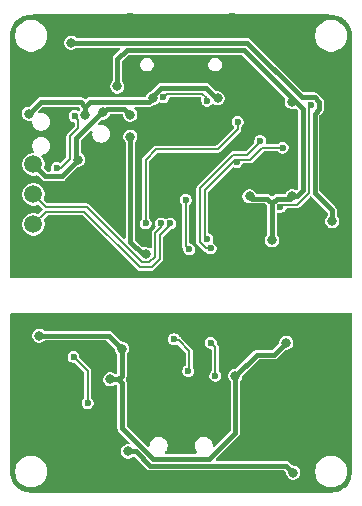
<source format=gbl>
%TF.GenerationSoftware,KiCad,Pcbnew,9.0.6*%
%TF.CreationDate,2026-01-06T10:11:47+09:00*%
%TF.ProjectId,VVDAP,56564441-502e-46b6-9963-61645f706362,rev?*%
%TF.SameCoordinates,Original*%
%TF.FileFunction,Copper,L2,Bot*%
%TF.FilePolarity,Positive*%
%FSLAX46Y46*%
G04 Gerber Fmt 4.6, Leading zero omitted, Abs format (unit mm)*
G04 Created by KiCad (PCBNEW 9.0.6) date 2026-01-06 10:11:47*
%MOMM*%
%LPD*%
G01*
G04 APERTURE LIST*
%TA.AperFunction,HeatsinkPad*%
%ADD10O,1.000000X2.100000*%
%TD*%
%TA.AperFunction,HeatsinkPad*%
%ADD11O,1.000000X1.600000*%
%TD*%
%TA.AperFunction,SMDPad,CuDef*%
%ADD12C,1.500000*%
%TD*%
%TA.AperFunction,ViaPad*%
%ADD13C,0.800000*%
%TD*%
%TA.AperFunction,ViaPad*%
%ADD14C,0.600000*%
%TD*%
%TA.AperFunction,Conductor*%
%ADD15C,0.400000*%
%TD*%
%TA.AperFunction,Conductor*%
%ADD16C,0.200000*%
%TD*%
G04 APERTURE END LIST*
D10*
%TO.P,J2,S1,SHIELD*%
%TO.N,GND*%
X84320000Y-45285000D03*
D11*
X84320000Y-41105000D03*
D10*
X75680000Y-45285000D03*
D11*
X75680000Y-41105000D03*
%TD*%
D12*
%TO.P,J3,1,Pin_1*%
%TO.N,+3.3V*%
X67500000Y-53190000D03*
%TO.P,J3,2,Pin_2*%
%TO.N,UART-TXD*%
X67500000Y-55730000D03*
%TO.P,J3,3,Pin_3*%
%TO.N,UART-RXD*%
X67500000Y-58270000D03*
%TO.P,J3,4,Pin_4*%
%TO.N,GND*%
X67500000Y-60810000D03*
%TD*%
D13*
%TO.N,+3.3V*%
X73400000Y-48800000D03*
X75700000Y-49000000D03*
X77000000Y-60800000D03*
X89400000Y-55900000D03*
X85800000Y-55900000D03*
X89400000Y-47900000D03*
X74600000Y-46600000D03*
X87700000Y-59600000D03*
X75700000Y-50850000D03*
X71300000Y-52800000D03*
D14*
%TO.N,GND*%
X76400000Y-56500000D03*
X86900000Y-54900000D03*
X84700000Y-59200000D03*
X83300000Y-55000000D03*
X77900000Y-62400000D03*
X81000000Y-50000000D03*
X79400000Y-51000000D03*
D13*
X65900000Y-62400000D03*
X74300000Y-56500000D03*
X90200000Y-60700000D03*
D14*
X81000000Y-59600000D03*
X79200000Y-60600000D03*
D13*
X77500000Y-50850000D03*
D14*
X81000000Y-47800000D03*
X86900000Y-50400000D03*
D13*
X68800000Y-46200000D03*
X90200000Y-59000000D03*
D14*
X83000000Y-56200000D03*
X83300000Y-50700000D03*
X82900000Y-57400000D03*
X85000000Y-57700000D03*
D13*
X74500000Y-41800000D03*
X69400000Y-48900000D03*
X72500000Y-46800000D03*
X73300000Y-61300000D03*
X78200000Y-56500000D03*
D14*
X79300000Y-48800000D03*
D13*
X89500000Y-62300000D03*
D14*
X79700000Y-54900000D03*
X83100000Y-59600000D03*
D13*
X71800000Y-44700000D03*
D14*
X81000000Y-57400000D03*
X84700000Y-60200000D03*
D13*
X88900000Y-58200000D03*
D14*
%TO.N,Activity-LED*%
X91000000Y-48200000D03*
X88400000Y-56800000D03*
D13*
%TO.N,+5V*%
X92800000Y-58000000D03*
X70700000Y-42900000D03*
%TO.N,VCC-Host*%
X83100000Y-47600000D03*
X67100000Y-48900000D03*
X71900000Y-49000000D03*
X77600000Y-47600000D03*
%TO.N,VTARGET-LDO*%
X88900000Y-68300000D03*
X74000000Y-71400000D03*
X75000000Y-68800000D03*
X68000000Y-67700000D03*
X84600000Y-71100000D03*
%TO.N,VCC-Target*%
X89500000Y-79300000D03*
X75500000Y-77500000D03*
D14*
%TO.N,CC2*%
X82200000Y-47800000D03*
X78500000Y-47500000D03*
%TO.N,GND-TARGET*%
X78700000Y-71300000D03*
D13*
X77700000Y-66200000D03*
D14*
X73100000Y-69700000D03*
X69900000Y-71200000D03*
D13*
X87600000Y-75200000D03*
D14*
X77200000Y-73000000D03*
D13*
X65900000Y-66200000D03*
D14*
X75700000Y-74500000D03*
D13*
X85900000Y-77600000D03*
D14*
X73100000Y-73300000D03*
X69900000Y-74800000D03*
X81400000Y-70800000D03*
X85100000Y-68300000D03*
D13*
X79300000Y-77000000D03*
X85800000Y-74900000D03*
X86100000Y-71200000D03*
X75500000Y-80600000D03*
D14*
X81400000Y-73000000D03*
D13*
X80300000Y-77000000D03*
X90200000Y-67900000D03*
X85900000Y-79500000D03*
D14*
X76500000Y-71300000D03*
D13*
X89500000Y-66300000D03*
D14*
X86800000Y-68500000D03*
D13*
X86900000Y-70400000D03*
D14*
X81800000Y-68800000D03*
D13*
X90800000Y-70000000D03*
X87800000Y-73200000D03*
D14*
%TO.N,JTAG-nRST-VV*%
X82500000Y-68300000D03*
X82900000Y-71100000D03*
%TO.N,JTAG-TDO-VV*%
X79400000Y-68000000D03*
X80600000Y-70700000D03*
%TO.N,JTAG-SWDIO-IN*%
X86700000Y-51200000D03*
X82500000Y-60300000D03*
%TO.N,JTAG-SWDIO*%
X77000000Y-58200000D03*
X84800000Y-49600000D03*
%TO.N,Host-nRESET*%
X71000000Y-49100000D03*
X69500000Y-53500000D03*
%TO.N,UART-RXD*%
X79100000Y-58200000D03*
%TO.N,JTAG-TDO*%
X80700000Y-60400000D03*
X80400000Y-56200000D03*
%TO.N,UART-TXD*%
X78300000Y-58200000D03*
%TO.N,JTAG-SWDIO-OUT*%
X88605000Y-51785000D03*
X82200000Y-59500000D03*
X84700000Y-53000000D03*
%TO.N,JTAG-SWDIO-OUT-VV*%
X72100000Y-73400000D03*
X70900000Y-69500000D03*
%TD*%
D15*
%TO.N,+3.3V*%
X73400000Y-48800000D02*
X73300000Y-48800000D01*
X89792894Y-55900000D02*
X89400000Y-55900000D01*
X75700000Y-59750000D02*
X75700000Y-50850000D01*
X73300000Y-48800000D02*
X71100000Y-51000000D01*
X87700000Y-59600000D02*
X87700000Y-56500000D01*
X71100000Y-51000000D02*
X71100000Y-52600000D01*
X88100000Y-56100000D02*
X87700000Y-56500000D01*
X90300000Y-55392894D02*
X89792894Y-55900000D01*
X88500000Y-56100000D02*
X88100000Y-56100000D01*
X75200000Y-48500000D02*
X73700000Y-48500000D01*
X87300000Y-56100000D02*
X87700000Y-56500000D01*
X85800000Y-55900000D02*
X86000000Y-56100000D01*
X75400000Y-43500000D02*
X85300000Y-43500000D01*
X90300000Y-48500000D02*
X90300000Y-55392894D01*
X74600000Y-44300000D02*
X75400000Y-43500000D01*
X69900000Y-54200000D02*
X68510000Y-54200000D01*
X85300000Y-43500000D02*
X90300000Y-48500000D01*
X73700000Y-48500000D02*
X73400000Y-48800000D01*
X77000000Y-60800000D02*
X76750000Y-60800000D01*
X68510000Y-54200000D02*
X67500000Y-53190000D01*
X75700000Y-49000000D02*
X75200000Y-48500000D01*
X74600000Y-46600000D02*
X74600000Y-44300000D01*
X71300000Y-52800000D02*
X69900000Y-54200000D01*
X89400000Y-55900000D02*
X89200000Y-56100000D01*
X76750000Y-60800000D02*
X75700000Y-59750000D01*
X86000000Y-56100000D02*
X87300000Y-56100000D01*
X89200000Y-56100000D02*
X88500000Y-56100000D01*
X71100000Y-52600000D02*
X71300000Y-52800000D01*
D16*
%TO.N,Activity-LED*%
X90800000Y-48400000D02*
X91000000Y-48200000D01*
X88400000Y-56800000D02*
X88400000Y-56700000D01*
X88400000Y-56700000D02*
X88500000Y-56600000D01*
X88500000Y-56600000D02*
X89800000Y-56600000D01*
X90800000Y-55600000D02*
X90800000Y-48400000D01*
X89800000Y-56600000D02*
X90800000Y-55600000D01*
D15*
%TO.N,+5V*%
X91300000Y-55600000D02*
X92800000Y-57100000D01*
X92800000Y-57100000D02*
X92800000Y-58000000D01*
X70700000Y-42900000D02*
X85600000Y-42900000D01*
X91300000Y-48900000D02*
X91300000Y-55600000D01*
X91700000Y-48500000D02*
X91300000Y-48900000D01*
X90200000Y-47500000D02*
X91300000Y-47500000D01*
X91700000Y-47900000D02*
X91700000Y-48500000D01*
X85600000Y-42900000D02*
X90200000Y-47500000D01*
X91300000Y-47500000D02*
X91700000Y-47900000D01*
%TO.N,VCC-Host*%
X77600000Y-47600000D02*
X77600000Y-47400000D01*
X83000000Y-47600000D02*
X83100000Y-47600000D01*
X71900000Y-48300000D02*
X72300000Y-47900000D01*
X68100000Y-47900000D02*
X71500000Y-47900000D01*
X82100000Y-46700000D02*
X83000000Y-47600000D01*
X77300000Y-47900000D02*
X77600000Y-47600000D01*
X72300000Y-47900000D02*
X77300000Y-47900000D01*
X67100000Y-48900000D02*
X68100000Y-47900000D01*
X71900000Y-49000000D02*
X71900000Y-48300000D01*
X71500000Y-47900000D02*
X71900000Y-48300000D01*
X78300000Y-46700000D02*
X82100000Y-46700000D01*
X77600000Y-47400000D02*
X78300000Y-46700000D01*
%TO.N,VTARGET-LDO*%
X82400000Y-78100000D02*
X77600000Y-78100000D01*
X68000000Y-67700000D02*
X71900000Y-67700000D01*
X84600000Y-71100000D02*
X86400000Y-69300000D01*
X75000000Y-68800000D02*
X75000000Y-71100000D01*
X75000000Y-72000000D02*
X75000000Y-75500000D01*
X84600000Y-75900000D02*
X82400000Y-78100000D01*
X74000000Y-71400000D02*
X74700000Y-71400000D01*
X71900000Y-67700000D02*
X73900000Y-67700000D01*
X86400000Y-69300000D02*
X87900000Y-69300000D01*
X77600000Y-78100000D02*
X76200000Y-76700000D01*
X75000000Y-72000000D02*
X75000000Y-71700000D01*
X75000000Y-71700000D02*
X74700000Y-71400000D01*
X84600000Y-71100000D02*
X84600000Y-75900000D01*
X75000000Y-75500000D02*
X76200000Y-76700000D01*
X73900000Y-67700000D02*
X75000000Y-68800000D01*
X74700000Y-71400000D02*
X75000000Y-71100000D01*
X87900000Y-69300000D02*
X88900000Y-68300000D01*
%TO.N,VCC-Target*%
X77351472Y-78700000D02*
X88900000Y-78700000D01*
X76151472Y-77500000D02*
X77351472Y-78700000D01*
X88900000Y-78700000D02*
X89500000Y-79300000D01*
X75500000Y-77500000D02*
X76151472Y-77500000D01*
D16*
%TO.N,CC2*%
X82200000Y-47800000D02*
X82200000Y-47600000D01*
X82200000Y-47600000D02*
X81800000Y-47200000D01*
X81800000Y-47200000D02*
X78800000Y-47200000D01*
X78800000Y-47200000D02*
X78500000Y-47500000D01*
%TO.N,JTAG-nRST-VV*%
X82900000Y-71100000D02*
X82900000Y-68700000D01*
X82900000Y-68700000D02*
X82500000Y-68300000D01*
%TO.N,JTAG-TDO-VV*%
X80700000Y-70600000D02*
X80700000Y-69000000D01*
X80700000Y-69000000D02*
X79800000Y-68100000D01*
X79500000Y-68100000D02*
X79400000Y-68000000D01*
X80600000Y-70700000D02*
X80700000Y-70600000D01*
X79800000Y-68100000D02*
X79500000Y-68100000D01*
%TO.N,JTAG-SWDIO-IN*%
X86705000Y-51290000D02*
X85595000Y-52400000D01*
X84400000Y-52400000D02*
X81600000Y-55200000D01*
X82100000Y-60300000D02*
X82500000Y-60300000D01*
X85595000Y-52400000D02*
X84400000Y-52400000D01*
X86700000Y-51200000D02*
X86705000Y-51205000D01*
X81600000Y-59800000D02*
X82100000Y-60300000D01*
X81600000Y-55200000D02*
X81600000Y-59800000D01*
X86705000Y-51205000D02*
X86705000Y-51290000D01*
%TO.N,JTAG-SWDIO*%
X77000000Y-52800000D02*
X77900000Y-51900000D01*
X83100000Y-51900000D02*
X84800000Y-50200000D01*
X77900000Y-51900000D02*
X83100000Y-51900000D01*
X84800000Y-50200000D02*
X84800000Y-49600000D01*
X77000000Y-58200000D02*
X77000000Y-52800000D01*
%TO.N,Host-nRESET*%
X69500000Y-53500000D02*
X69800000Y-53500000D01*
X71300000Y-49400000D02*
X71000000Y-49100000D01*
X71300000Y-50092894D02*
X71300000Y-49400000D01*
X70600000Y-50792894D02*
X71300000Y-50092894D01*
X69800000Y-53500000D02*
X70600000Y-52700000D01*
X70600000Y-52700000D02*
X70600000Y-50792894D01*
%TO.N,UART-RXD*%
X78200000Y-61200000D02*
X78200000Y-59200000D01*
X77500000Y-61900000D02*
X78200000Y-61200000D01*
X78200000Y-59200000D02*
X79100000Y-58300000D01*
X67500000Y-58270000D02*
X68570000Y-57200000D01*
X68570000Y-57200000D02*
X71800000Y-57200000D01*
X79100000Y-58300000D02*
X79100000Y-58200000D01*
X71800000Y-57200000D02*
X76500000Y-61900000D01*
X76500000Y-61900000D02*
X77500000Y-61900000D01*
%TO.N,JTAG-TDO*%
X80400000Y-60100000D02*
X80700000Y-60400000D01*
X80400000Y-56200000D02*
X80400000Y-60100000D01*
%TO.N,UART-TXD*%
X68570000Y-56800000D02*
X72000000Y-56800000D01*
X78300000Y-58500000D02*
X78300000Y-58200000D01*
X72000000Y-56800000D02*
X76700000Y-61500000D01*
X77800000Y-61000000D02*
X77800000Y-59000000D01*
X67500000Y-55730000D02*
X68570000Y-56800000D01*
X76700000Y-61500000D02*
X77300000Y-61500000D01*
X77300000Y-61500000D02*
X77800000Y-61000000D01*
X77800000Y-59000000D02*
X78300000Y-58500000D01*
%TO.N,JTAG-SWDIO-OUT*%
X88605000Y-51785000D02*
X86860000Y-51785000D01*
X85845000Y-52800000D02*
X84600000Y-52800000D01*
X84600000Y-52800000D02*
X82000000Y-55400000D01*
X86860000Y-51785000D02*
X85845000Y-52800000D01*
X82000000Y-59300000D02*
X82200000Y-59500000D01*
X82000000Y-55400000D02*
X82000000Y-59300000D01*
%TO.N,JTAG-SWDIO-OUT-VV*%
X72100000Y-70700000D02*
X70900000Y-69500000D01*
X72100000Y-73400000D02*
X72100000Y-70700000D01*
%TD*%
%TA.AperFunction,Conductor*%
%TO.N,GND-TARGET*%
G36*
X94442539Y-65819685D02*
G01*
X94488294Y-65872489D01*
X94499500Y-65924000D01*
X94499500Y-78563389D01*
X94499498Y-78564051D01*
X94497839Y-78874621D01*
X94497753Y-78878636D01*
X94486858Y-79167302D01*
X94486287Y-79175391D01*
X94458845Y-79440517D01*
X94457008Y-79452506D01*
X94405272Y-79706442D01*
X94402431Y-79717673D01*
X94368476Y-79829638D01*
X94365334Y-79838716D01*
X94313574Y-79971402D01*
X94309726Y-79980238D01*
X94263492Y-80076028D01*
X94259213Y-80084116D01*
X94202055Y-80183142D01*
X94196432Y-80191996D01*
X94114470Y-80309742D01*
X94108430Y-80317714D01*
X94044372Y-80395522D01*
X94038611Y-80402039D01*
X93964495Y-80480184D01*
X93958282Y-80486290D01*
X93881837Y-80556314D01*
X93875205Y-80561974D01*
X93795995Y-80624891D01*
X93787002Y-80631399D01*
X93650275Y-80721313D01*
X93637452Y-80728689D01*
X93454344Y-80819944D01*
X93439789Y-80826075D01*
X93238866Y-80895994D01*
X93225522Y-80899815D01*
X93026900Y-80944833D01*
X93014678Y-80946966D01*
X92728844Y-80982242D01*
X92718565Y-80983079D01*
X92332395Y-80998380D01*
X92327967Y-80998476D01*
X92064241Y-80999499D01*
X92063760Y-80999500D01*
X67936610Y-80999500D01*
X67935948Y-80999498D01*
X67625377Y-80997839D01*
X67621362Y-80997753D01*
X67332696Y-80986858D01*
X67324607Y-80986287D01*
X67059481Y-80958845D01*
X67047492Y-80957008D01*
X66793556Y-80905272D01*
X66782325Y-80902431D01*
X66670360Y-80868476D01*
X66661282Y-80865334D01*
X66528596Y-80813574D01*
X66519760Y-80809726D01*
X66423970Y-80763492D01*
X66415882Y-80759213D01*
X66316856Y-80702055D01*
X66308002Y-80696432D01*
X66190256Y-80614470D01*
X66182284Y-80608430D01*
X66104476Y-80544372D01*
X66097959Y-80538611D01*
X66019814Y-80464495D01*
X66013708Y-80458282D01*
X65943684Y-80381837D01*
X65938024Y-80375205D01*
X65922013Y-80355048D01*
X65875104Y-80295991D01*
X65868599Y-80287002D01*
X65778685Y-80150275D01*
X65771309Y-80137452D01*
X65706940Y-80008292D01*
X65680051Y-79954338D01*
X65673926Y-79939796D01*
X65604003Y-79738862D01*
X65600183Y-79725522D01*
X65595858Y-79706442D01*
X65555164Y-79526895D01*
X65553032Y-79514678D01*
X65517754Y-79228823D01*
X65516920Y-79218586D01*
X65511972Y-79093713D01*
X65949500Y-79093713D01*
X65949500Y-79306287D01*
X65982754Y-79516243D01*
X66046398Y-79712119D01*
X66048444Y-79718414D01*
X66144951Y-79907820D01*
X66269890Y-80079786D01*
X66420213Y-80230109D01*
X66592179Y-80355048D01*
X66592181Y-80355049D01*
X66592184Y-80355051D01*
X66781588Y-80451557D01*
X66983757Y-80517246D01*
X67193713Y-80550500D01*
X67193714Y-80550500D01*
X67406286Y-80550500D01*
X67406287Y-80550500D01*
X67616243Y-80517246D01*
X67818412Y-80451557D01*
X68007816Y-80355051D01*
X68036588Y-80334147D01*
X68179786Y-80230109D01*
X68179788Y-80230106D01*
X68179792Y-80230104D01*
X68330104Y-80079792D01*
X68330106Y-80079788D01*
X68330109Y-80079786D01*
X68455048Y-79907820D01*
X68455047Y-79907820D01*
X68455051Y-79907816D01*
X68551557Y-79718412D01*
X68617246Y-79516243D01*
X68650500Y-79306287D01*
X68650500Y-79093713D01*
X68617246Y-78883757D01*
X68551557Y-78681588D01*
X68455051Y-78492184D01*
X68455049Y-78492181D01*
X68455048Y-78492179D01*
X68330109Y-78320213D01*
X68179786Y-78169890D01*
X68007820Y-78044951D01*
X67818414Y-77948444D01*
X67818413Y-77948443D01*
X67818412Y-77948443D01*
X67616243Y-77882754D01*
X67616241Y-77882753D01*
X67616240Y-77882753D01*
X67454957Y-77857208D01*
X67406287Y-77849500D01*
X67193713Y-77849500D01*
X67145042Y-77857208D01*
X66983760Y-77882753D01*
X66781585Y-77948444D01*
X66592179Y-78044951D01*
X66420213Y-78169890D01*
X66269890Y-78320213D01*
X66144951Y-78492179D01*
X66048444Y-78681585D01*
X65982753Y-78883760D01*
X65953538Y-79068216D01*
X65949500Y-79093713D01*
X65511972Y-79093713D01*
X65501617Y-78832375D01*
X65501522Y-78827966D01*
X65501489Y-78819481D01*
X65500759Y-78630892D01*
X65500501Y-78564157D01*
X65500500Y-78563677D01*
X65500500Y-69434108D01*
X70399500Y-69434108D01*
X70399500Y-69565892D01*
X70411814Y-69611848D01*
X70433608Y-69693187D01*
X70466554Y-69750250D01*
X70499500Y-69807314D01*
X70592686Y-69900500D01*
X70706814Y-69966392D01*
X70834108Y-70000500D01*
X70834110Y-70000500D01*
X70924167Y-70000500D01*
X70991206Y-70020185D01*
X71011848Y-70036819D01*
X71763181Y-70788152D01*
X71796666Y-70849475D01*
X71799500Y-70875833D01*
X71799500Y-72941323D01*
X71779815Y-73008362D01*
X71763182Y-73029004D01*
X71699500Y-73092686D01*
X71633608Y-73206812D01*
X71599500Y-73334108D01*
X71599500Y-73465891D01*
X71633608Y-73593187D01*
X71666554Y-73650250D01*
X71699500Y-73707314D01*
X71792686Y-73800500D01*
X71906814Y-73866392D01*
X72034108Y-73900500D01*
X72034110Y-73900500D01*
X72165890Y-73900500D01*
X72165892Y-73900500D01*
X72293186Y-73866392D01*
X72407314Y-73800500D01*
X72500500Y-73707314D01*
X72566392Y-73593186D01*
X72600500Y-73465892D01*
X72600500Y-73334108D01*
X72566392Y-73206814D01*
X72500500Y-73092686D01*
X72436818Y-73029004D01*
X72403334Y-72967680D01*
X72400500Y-72941323D01*
X72400500Y-70660439D01*
X72393445Y-70634110D01*
X72380021Y-70584011D01*
X72380017Y-70584004D01*
X72340464Y-70515495D01*
X72340458Y-70515487D01*
X71436819Y-69611848D01*
X71403334Y-69550525D01*
X71400500Y-69524167D01*
X71400500Y-69434110D01*
X71400500Y-69434108D01*
X71366392Y-69306814D01*
X71300500Y-69192686D01*
X71207314Y-69099500D01*
X71150250Y-69066554D01*
X71093187Y-69033608D01*
X71029539Y-69016554D01*
X70965892Y-68999500D01*
X70834108Y-68999500D01*
X70706812Y-69033608D01*
X70592686Y-69099500D01*
X70592683Y-69099502D01*
X70499502Y-69192683D01*
X70499500Y-69192686D01*
X70433608Y-69306812D01*
X70399500Y-69434108D01*
X65500500Y-69434108D01*
X65500500Y-67620943D01*
X67399500Y-67620943D01*
X67399500Y-67779057D01*
X67440289Y-67931282D01*
X67440423Y-67931783D01*
X67440426Y-67931790D01*
X67519475Y-68068709D01*
X67519479Y-68068714D01*
X67519480Y-68068716D01*
X67631284Y-68180520D01*
X67631286Y-68180521D01*
X67631290Y-68180524D01*
X67724102Y-68234108D01*
X67768216Y-68259577D01*
X67920943Y-68300500D01*
X67920945Y-68300500D01*
X68079055Y-68300500D01*
X68079057Y-68300500D01*
X68231784Y-68259577D01*
X68368716Y-68180520D01*
X68412417Y-68136819D01*
X68473740Y-68103334D01*
X68500098Y-68100500D01*
X71847273Y-68100500D01*
X73682745Y-68100500D01*
X73749784Y-68120185D01*
X73770426Y-68136819D01*
X74363181Y-68729574D01*
X74396666Y-68790897D01*
X74399500Y-68817255D01*
X74399500Y-68879057D01*
X74419739Y-68954588D01*
X74440423Y-69031783D01*
X74440426Y-69031790D01*
X74519475Y-69168709D01*
X74519481Y-69168717D01*
X74563181Y-69212417D01*
X74596666Y-69273740D01*
X74599500Y-69300098D01*
X74599500Y-70850902D01*
X74579815Y-70917941D01*
X74527011Y-70963696D01*
X74457853Y-70973640D01*
X74394297Y-70944615D01*
X74387819Y-70938583D01*
X74368717Y-70919481D01*
X74368709Y-70919475D01*
X74231790Y-70840426D01*
X74231786Y-70840424D01*
X74231784Y-70840423D01*
X74079057Y-70799500D01*
X73920943Y-70799500D01*
X73768216Y-70840423D01*
X73768209Y-70840426D01*
X73631290Y-70919475D01*
X73631282Y-70919481D01*
X73519481Y-71031282D01*
X73519475Y-71031290D01*
X73440426Y-71168209D01*
X73440423Y-71168216D01*
X73399500Y-71320943D01*
X73399500Y-71479057D01*
X73432041Y-71600500D01*
X73440423Y-71631783D01*
X73440426Y-71631790D01*
X73519475Y-71768709D01*
X73519479Y-71768714D01*
X73519480Y-71768716D01*
X73631284Y-71880520D01*
X73631286Y-71880521D01*
X73631290Y-71880524D01*
X73768209Y-71959573D01*
X73768216Y-71959577D01*
X73920943Y-72000500D01*
X73920945Y-72000500D01*
X74079055Y-72000500D01*
X74079057Y-72000500D01*
X74231784Y-71959577D01*
X74368716Y-71880520D01*
X74387819Y-71861417D01*
X74449142Y-71827932D01*
X74518834Y-71832916D01*
X74574767Y-71874788D01*
X74599184Y-71940252D01*
X74599500Y-71949098D01*
X74599500Y-75552726D01*
X74626793Y-75654589D01*
X74643049Y-75682744D01*
X74679520Y-75745913D01*
X74679522Y-75745915D01*
X75621426Y-76687819D01*
X75654911Y-76749142D01*
X75649927Y-76818834D01*
X75608055Y-76874767D01*
X75542591Y-76899184D01*
X75533745Y-76899500D01*
X75420943Y-76899500D01*
X75268216Y-76940423D01*
X75268209Y-76940426D01*
X75131290Y-77019475D01*
X75131282Y-77019481D01*
X75019481Y-77131282D01*
X75019475Y-77131290D01*
X74940426Y-77268209D01*
X74940423Y-77268216D01*
X74899500Y-77420943D01*
X74899500Y-77579057D01*
X74925982Y-77677887D01*
X74940423Y-77731783D01*
X74940426Y-77731790D01*
X75019475Y-77868709D01*
X75019479Y-77868714D01*
X75019480Y-77868716D01*
X75131284Y-77980520D01*
X75131286Y-77980521D01*
X75131290Y-77980524D01*
X75242879Y-78044949D01*
X75268216Y-78059577D01*
X75420943Y-78100500D01*
X75420945Y-78100500D01*
X75579055Y-78100500D01*
X75579057Y-78100500D01*
X75731784Y-78059577D01*
X75868716Y-77980520D01*
X75879477Y-77969758D01*
X75940795Y-77936275D01*
X76010487Y-77941257D01*
X76054838Y-77969759D01*
X77105559Y-79020480D01*
X77196884Y-79073207D01*
X77298745Y-79100500D01*
X77404199Y-79100500D01*
X88682745Y-79100500D01*
X88712185Y-79109144D01*
X88742172Y-79115668D01*
X88747187Y-79119422D01*
X88749784Y-79120185D01*
X88770426Y-79136819D01*
X88863181Y-79229574D01*
X88896666Y-79290897D01*
X88899500Y-79317255D01*
X88899500Y-79379057D01*
X88939115Y-79526900D01*
X88940423Y-79531783D01*
X88940426Y-79531790D01*
X89019475Y-79668709D01*
X89019479Y-79668714D01*
X89019480Y-79668716D01*
X89131284Y-79780520D01*
X89131286Y-79780521D01*
X89131290Y-79780524D01*
X89224325Y-79834237D01*
X89268216Y-79859577D01*
X89420943Y-79900500D01*
X89420945Y-79900500D01*
X89579055Y-79900500D01*
X89579057Y-79900500D01*
X89731784Y-79859577D01*
X89868716Y-79780520D01*
X89980520Y-79668716D01*
X90059577Y-79531784D01*
X90100500Y-79379057D01*
X90100500Y-79220943D01*
X90066409Y-79093713D01*
X91349500Y-79093713D01*
X91349500Y-79306287D01*
X91382754Y-79516243D01*
X91446398Y-79712119D01*
X91448444Y-79718414D01*
X91544951Y-79907820D01*
X91669890Y-80079786D01*
X91820213Y-80230109D01*
X91992179Y-80355048D01*
X91992181Y-80355049D01*
X91992184Y-80355051D01*
X92181588Y-80451557D01*
X92383757Y-80517246D01*
X92593713Y-80550500D01*
X92593714Y-80550500D01*
X92806286Y-80550500D01*
X92806287Y-80550500D01*
X93016243Y-80517246D01*
X93218412Y-80451557D01*
X93407816Y-80355051D01*
X93436588Y-80334147D01*
X93579786Y-80230109D01*
X93579788Y-80230106D01*
X93579792Y-80230104D01*
X93730104Y-80079792D01*
X93730106Y-80079788D01*
X93730109Y-80079786D01*
X93855048Y-79907820D01*
X93855047Y-79907820D01*
X93855051Y-79907816D01*
X93951557Y-79718412D01*
X94017246Y-79516243D01*
X94050500Y-79306287D01*
X94050500Y-79093713D01*
X94017246Y-78883757D01*
X93951557Y-78681588D01*
X93855051Y-78492184D01*
X93855049Y-78492181D01*
X93855048Y-78492179D01*
X93730109Y-78320213D01*
X93579786Y-78169890D01*
X93407820Y-78044951D01*
X93218414Y-77948444D01*
X93218413Y-77948443D01*
X93218412Y-77948443D01*
X93016243Y-77882754D01*
X93016241Y-77882753D01*
X93016240Y-77882753D01*
X92854957Y-77857208D01*
X92806287Y-77849500D01*
X92593713Y-77849500D01*
X92545042Y-77857208D01*
X92383760Y-77882753D01*
X92181585Y-77948444D01*
X91992179Y-78044951D01*
X91820213Y-78169890D01*
X91669890Y-78320213D01*
X91544951Y-78492179D01*
X91448444Y-78681585D01*
X91382753Y-78883760D01*
X91353538Y-79068216D01*
X91349500Y-79093713D01*
X90066409Y-79093713D01*
X90059577Y-79068216D01*
X90032015Y-79020477D01*
X89980524Y-78931290D01*
X89980518Y-78931282D01*
X89868717Y-78819481D01*
X89868709Y-78819475D01*
X89731790Y-78740426D01*
X89731786Y-78740424D01*
X89731784Y-78740423D01*
X89579057Y-78699500D01*
X89579056Y-78699500D01*
X89517255Y-78699500D01*
X89450216Y-78679815D01*
X89429574Y-78663181D01*
X89145915Y-78379522D01*
X89145913Y-78379520D01*
X89100250Y-78353156D01*
X89054589Y-78326793D01*
X89003657Y-78313146D01*
X88952727Y-78299500D01*
X88952726Y-78299500D01*
X83066255Y-78299500D01*
X82999216Y-78279815D01*
X82953461Y-78227011D01*
X82943517Y-78157853D01*
X82972542Y-78094297D01*
X82978574Y-78087819D01*
X83935111Y-77131282D01*
X84920480Y-76145913D01*
X84973207Y-76054588D01*
X85000500Y-75952727D01*
X85000500Y-75847273D01*
X85000500Y-71600098D01*
X85020185Y-71533059D01*
X85036819Y-71512417D01*
X85048739Y-71500497D01*
X85080520Y-71468716D01*
X85159577Y-71331784D01*
X85200500Y-71179057D01*
X85200500Y-71117255D01*
X85220185Y-71050216D01*
X85236819Y-71029574D01*
X86529574Y-69736819D01*
X86590897Y-69703334D01*
X86617255Y-69700500D01*
X87952725Y-69700500D01*
X87952727Y-69700500D01*
X88054588Y-69673207D01*
X88145913Y-69620480D01*
X88829573Y-68936818D01*
X88890896Y-68903334D01*
X88917254Y-68900500D01*
X88979055Y-68900500D01*
X88979057Y-68900500D01*
X89131784Y-68859577D01*
X89268716Y-68780520D01*
X89380520Y-68668716D01*
X89459577Y-68531784D01*
X89500500Y-68379057D01*
X89500500Y-68220943D01*
X89459577Y-68068216D01*
X89415970Y-67992686D01*
X89380524Y-67931290D01*
X89380518Y-67931282D01*
X89268717Y-67819481D01*
X89268709Y-67819475D01*
X89131790Y-67740426D01*
X89131786Y-67740424D01*
X89131784Y-67740423D01*
X88979057Y-67699500D01*
X88820943Y-67699500D01*
X88668216Y-67740423D01*
X88668209Y-67740426D01*
X88531290Y-67819475D01*
X88531282Y-67819481D01*
X88419481Y-67931282D01*
X88419475Y-67931290D01*
X88340426Y-68068209D01*
X88340423Y-68068216D01*
X88299500Y-68220943D01*
X88299500Y-68282745D01*
X88279815Y-68349784D01*
X88263181Y-68370426D01*
X87770426Y-68863181D01*
X87709103Y-68896666D01*
X87682745Y-68899500D01*
X86347273Y-68899500D01*
X86245413Y-68926793D01*
X86245412Y-68926793D01*
X86245410Y-68926794D01*
X86245407Y-68926795D01*
X86197272Y-68954587D01*
X86197271Y-68954588D01*
X86187137Y-68960439D01*
X86154087Y-68979519D01*
X86154085Y-68979521D01*
X84670426Y-70463181D01*
X84609103Y-70496666D01*
X84582745Y-70499500D01*
X84520943Y-70499500D01*
X84368216Y-70540423D01*
X84368209Y-70540426D01*
X84231290Y-70619475D01*
X84231282Y-70619481D01*
X84119481Y-70731282D01*
X84119475Y-70731290D01*
X84040426Y-70868209D01*
X84040423Y-70868216D01*
X83999500Y-71020943D01*
X83999500Y-71179057D01*
X84019740Y-71254591D01*
X84040423Y-71331783D01*
X84040426Y-71331790D01*
X84119475Y-71468709D01*
X84119481Y-71468717D01*
X84163181Y-71512417D01*
X84196666Y-71573740D01*
X84199500Y-71600098D01*
X84199500Y-75682744D01*
X84179815Y-75749783D01*
X84163181Y-75770425D01*
X82877181Y-77056425D01*
X82815858Y-77089910D01*
X82746166Y-77084926D01*
X82690233Y-77043054D01*
X82665816Y-76977590D01*
X82665500Y-76968744D01*
X82665500Y-76925096D01*
X82665499Y-76925092D01*
X82636275Y-76778170D01*
X82578947Y-76639768D01*
X82578946Y-76639767D01*
X82578943Y-76639761D01*
X82495719Y-76515209D01*
X82495716Y-76515205D01*
X82389794Y-76409283D01*
X82389790Y-76409280D01*
X82265238Y-76326056D01*
X82265229Y-76326051D01*
X82126830Y-76268725D01*
X82126822Y-76268723D01*
X81979907Y-76239500D01*
X81979903Y-76239500D01*
X81830097Y-76239500D01*
X81830092Y-76239500D01*
X81683177Y-76268723D01*
X81683169Y-76268725D01*
X81544770Y-76326051D01*
X81544761Y-76326056D01*
X81420209Y-76409280D01*
X81420205Y-76409283D01*
X81314283Y-76515205D01*
X81314280Y-76515209D01*
X81231056Y-76639761D01*
X81231051Y-76639770D01*
X81173725Y-76778169D01*
X81173723Y-76778177D01*
X81144500Y-76925092D01*
X81144500Y-77074907D01*
X81173723Y-77221822D01*
X81173725Y-77221830D01*
X81231051Y-77360229D01*
X81231056Y-77360238D01*
X81314280Y-77484790D01*
X81314283Y-77484794D01*
X81317308Y-77487819D01*
X81350793Y-77549142D01*
X81345809Y-77618834D01*
X81303937Y-77674767D01*
X81238473Y-77699184D01*
X81229627Y-77699500D01*
X78770373Y-77699500D01*
X78703334Y-77679815D01*
X78657579Y-77627011D01*
X78647635Y-77557853D01*
X78676660Y-77494297D01*
X78682692Y-77487819D01*
X78685716Y-77484794D01*
X78685719Y-77484791D01*
X78768947Y-77360232D01*
X78826275Y-77221830D01*
X78855500Y-77074903D01*
X78855500Y-76925097D01*
X78826275Y-76778170D01*
X78768947Y-76639768D01*
X78768946Y-76639767D01*
X78768943Y-76639761D01*
X78685719Y-76515209D01*
X78685716Y-76515205D01*
X78579794Y-76409283D01*
X78579790Y-76409280D01*
X78455238Y-76326056D01*
X78455229Y-76326051D01*
X78316830Y-76268725D01*
X78316822Y-76268723D01*
X78169907Y-76239500D01*
X78169903Y-76239500D01*
X78020097Y-76239500D01*
X78020092Y-76239500D01*
X77873177Y-76268723D01*
X77873169Y-76268725D01*
X77734770Y-76326051D01*
X77734761Y-76326056D01*
X77610209Y-76409280D01*
X77610205Y-76409283D01*
X77504283Y-76515205D01*
X77504280Y-76515209D01*
X77421056Y-76639761D01*
X77421051Y-76639770D01*
X77363725Y-76778169D01*
X77363723Y-76778177D01*
X77334500Y-76925092D01*
X77334500Y-76968745D01*
X77314815Y-77035784D01*
X77262011Y-77081539D01*
X77192853Y-77091483D01*
X77129297Y-77062458D01*
X77122819Y-77056426D01*
X75436819Y-75370426D01*
X75403334Y-75309103D01*
X75400500Y-75282745D01*
X75400500Y-71647273D01*
X75400499Y-71647267D01*
X75398522Y-71639892D01*
X75396350Y-71631784D01*
X75373207Y-71545412D01*
X75321110Y-71455178D01*
X75318072Y-71447929D01*
X75315031Y-71420714D01*
X75308575Y-71394102D01*
X75311098Y-71385507D01*
X75310315Y-71378491D01*
X75317298Y-71364392D01*
X75325049Y-71337999D01*
X75334897Y-71320943D01*
X75373207Y-71254588D01*
X75400500Y-71152727D01*
X75400500Y-71047273D01*
X75400500Y-69300098D01*
X75420185Y-69233059D01*
X75436819Y-69212417D01*
X75456553Y-69192683D01*
X75480520Y-69168716D01*
X75559577Y-69031784D01*
X75600500Y-68879057D01*
X75600500Y-68720943D01*
X75559577Y-68568216D01*
X75529139Y-68515495D01*
X75480524Y-68431290D01*
X75480518Y-68431282D01*
X75368717Y-68319481D01*
X75368709Y-68319475D01*
X75231790Y-68240426D01*
X75231786Y-68240424D01*
X75231784Y-68240423D01*
X75079057Y-68199500D01*
X75079056Y-68199500D01*
X75017255Y-68199500D01*
X74987814Y-68190855D01*
X74957828Y-68184332D01*
X74952812Y-68180577D01*
X74950216Y-68179815D01*
X74929574Y-68163181D01*
X74700501Y-67934108D01*
X78899500Y-67934108D01*
X78899500Y-68065892D01*
X78910464Y-68106812D01*
X78933608Y-68193187D01*
X78960880Y-68240423D01*
X78999500Y-68307314D01*
X79092686Y-68400500D01*
X79166705Y-68443235D01*
X79206280Y-68466084D01*
X79206814Y-68466392D01*
X79334108Y-68500500D01*
X79334110Y-68500500D01*
X79465890Y-68500500D01*
X79465892Y-68500500D01*
X79593186Y-68466392D01*
X79593720Y-68466084D01*
X79596215Y-68464642D01*
X79604758Y-68459710D01*
X79672656Y-68443235D01*
X79738684Y-68466084D01*
X79754443Y-68479414D01*
X80363181Y-69088152D01*
X80396666Y-69149475D01*
X80399500Y-69175833D01*
X80399500Y-70166238D01*
X80379815Y-70233277D01*
X80337503Y-70273624D01*
X80292686Y-70299500D01*
X80292683Y-70299502D01*
X80199502Y-70392683D01*
X80199500Y-70392686D01*
X80133608Y-70506812D01*
X80103419Y-70619481D01*
X80099500Y-70634108D01*
X80099500Y-70765892D01*
X80108505Y-70799500D01*
X80133608Y-70893187D01*
X80141475Y-70906812D01*
X80199500Y-71007314D01*
X80292686Y-71100500D01*
X80383142Y-71152725D01*
X80405944Y-71165890D01*
X80406814Y-71166392D01*
X80534108Y-71200500D01*
X80534110Y-71200500D01*
X80665890Y-71200500D01*
X80665892Y-71200500D01*
X80793186Y-71166392D01*
X80907314Y-71100500D01*
X81000500Y-71007314D01*
X81066392Y-70893186D01*
X81100500Y-70765892D01*
X81100500Y-70634108D01*
X81066392Y-70506814D01*
X81062169Y-70499500D01*
X81017113Y-70421460D01*
X81000500Y-70359460D01*
X81000500Y-68960439D01*
X81000500Y-68960438D01*
X80980021Y-68884011D01*
X80977160Y-68879055D01*
X80940464Y-68815495D01*
X80940458Y-68815487D01*
X80359079Y-68234108D01*
X81999500Y-68234108D01*
X81999500Y-68365892D01*
X82003027Y-68379055D01*
X82033608Y-68493187D01*
X82055896Y-68531790D01*
X82099500Y-68607314D01*
X82192686Y-68700500D01*
X82243044Y-68729574D01*
X82305949Y-68765893D01*
X82306814Y-68766392D01*
X82434108Y-68800500D01*
X82434110Y-68800500D01*
X82475500Y-68800500D01*
X82542539Y-68820185D01*
X82588294Y-68872989D01*
X82599500Y-68924500D01*
X82599500Y-70641323D01*
X82579815Y-70708362D01*
X82563182Y-70729004D01*
X82499500Y-70792686D01*
X82433608Y-70906812D01*
X82399500Y-71034108D01*
X82399500Y-71165891D01*
X82433608Y-71293187D01*
X82455896Y-71331790D01*
X82499500Y-71407314D01*
X82592686Y-71500500D01*
X82706814Y-71566392D01*
X82834108Y-71600500D01*
X82834110Y-71600500D01*
X82965890Y-71600500D01*
X82965892Y-71600500D01*
X83093186Y-71566392D01*
X83207314Y-71500500D01*
X83300500Y-71407314D01*
X83366392Y-71293186D01*
X83400500Y-71165892D01*
X83400500Y-71034108D01*
X83366392Y-70906814D01*
X83300500Y-70792686D01*
X83236818Y-70729004D01*
X83203334Y-70667680D01*
X83200500Y-70641323D01*
X83200500Y-68660439D01*
X83200500Y-68660438D01*
X83180021Y-68584011D01*
X83170898Y-68568209D01*
X83140464Y-68515495D01*
X83140458Y-68515487D01*
X83036819Y-68411848D01*
X83003334Y-68350525D01*
X83000500Y-68324167D01*
X83000500Y-68234110D01*
X83000500Y-68234108D01*
X82966392Y-68106814D01*
X82900500Y-67992686D01*
X82807314Y-67899500D01*
X82750250Y-67866554D01*
X82693187Y-67833608D01*
X82593188Y-67806814D01*
X82565892Y-67799500D01*
X82434108Y-67799500D01*
X82306812Y-67833608D01*
X82192686Y-67899500D01*
X82192683Y-67899502D01*
X82099502Y-67992683D01*
X82099500Y-67992686D01*
X82033608Y-68106812D01*
X82003027Y-68220945D01*
X81999500Y-68234108D01*
X80359079Y-68234108D01*
X79984510Y-67859539D01*
X79961988Y-67846536D01*
X79939595Y-67833608D01*
X79915989Y-67819979D01*
X79904474Y-67816893D01*
X79893819Y-67811716D01*
X79876381Y-67795860D01*
X79856255Y-67783592D01*
X79843152Y-67765647D01*
X79842124Y-67764712D01*
X79841923Y-67763963D01*
X79840624Y-67762184D01*
X79800500Y-67692686D01*
X79707314Y-67599500D01*
X79650250Y-67566554D01*
X79593187Y-67533608D01*
X79529539Y-67516554D01*
X79465892Y-67499500D01*
X79334108Y-67499500D01*
X79206812Y-67533608D01*
X79092686Y-67599500D01*
X79092683Y-67599502D01*
X78999502Y-67692683D01*
X78999500Y-67692686D01*
X78933608Y-67806812D01*
X78900257Y-67931282D01*
X78899500Y-67934108D01*
X74700501Y-67934108D01*
X74145915Y-67379522D01*
X74145913Y-67379520D01*
X74100250Y-67353156D01*
X74054589Y-67326793D01*
X74003657Y-67313146D01*
X73952727Y-67299500D01*
X73952726Y-67299500D01*
X68500098Y-67299500D01*
X68433059Y-67279815D01*
X68412417Y-67263181D01*
X68368717Y-67219481D01*
X68368709Y-67219475D01*
X68231790Y-67140426D01*
X68231786Y-67140424D01*
X68231784Y-67140423D01*
X68079057Y-67099500D01*
X67920943Y-67099500D01*
X67768216Y-67140423D01*
X67768209Y-67140426D01*
X67631290Y-67219475D01*
X67631282Y-67219481D01*
X67519481Y-67331282D01*
X67519475Y-67331290D01*
X67440426Y-67468209D01*
X67440423Y-67468216D01*
X67399500Y-67620943D01*
X65500500Y-67620943D01*
X65500500Y-65924000D01*
X65520185Y-65856961D01*
X65572989Y-65811206D01*
X65624500Y-65800000D01*
X94375500Y-65800000D01*
X94442539Y-65819685D01*
G37*
%TD.AperFunction*%
%TD*%
%TA.AperFunction,Conductor*%
%TO.N,GND*%
G36*
X92064051Y-40500501D02*
G01*
X92374633Y-40502159D01*
X92378624Y-40502244D01*
X92667309Y-40513140D01*
X92675388Y-40513710D01*
X92940526Y-40541153D01*
X92952496Y-40542987D01*
X93206449Y-40594727D01*
X93217666Y-40597565D01*
X93294537Y-40620877D01*
X93329629Y-40631519D01*
X93338707Y-40634661D01*
X93471408Y-40686427D01*
X93480238Y-40690272D01*
X93559506Y-40728531D01*
X93576028Y-40736506D01*
X93584116Y-40740785D01*
X93683144Y-40797944D01*
X93691989Y-40803561D01*
X93809767Y-40885545D01*
X93817709Y-40891563D01*
X93895521Y-40955625D01*
X93902024Y-40961373D01*
X93953917Y-41010590D01*
X93980184Y-41035503D01*
X93986290Y-41041716D01*
X94056314Y-41118161D01*
X94061974Y-41124794D01*
X94124894Y-41204009D01*
X94131398Y-41212995D01*
X94161988Y-41259511D01*
X94221313Y-41349722D01*
X94228689Y-41362546D01*
X94319945Y-41545656D01*
X94326076Y-41560212D01*
X94395992Y-41761129D01*
X94399813Y-41774472D01*
X94444833Y-41973099D01*
X94446966Y-41985321D01*
X94482242Y-42271154D01*
X94483079Y-42281433D01*
X94498380Y-42667603D01*
X94498476Y-42672031D01*
X94499499Y-42935758D01*
X94499500Y-42936239D01*
X94499500Y-62676000D01*
X94479815Y-62743039D01*
X94427011Y-62788794D01*
X94375500Y-62800000D01*
X73000000Y-62800000D01*
X65624500Y-62800000D01*
X65557461Y-62780315D01*
X65511706Y-62727511D01*
X65500500Y-62676000D01*
X65500500Y-55636379D01*
X66549500Y-55636379D01*
X66549500Y-55823620D01*
X66586025Y-56007243D01*
X66586027Y-56007251D01*
X66657676Y-56180228D01*
X66657681Y-56180237D01*
X66761697Y-56335907D01*
X66761700Y-56335911D01*
X66894088Y-56468299D01*
X66894092Y-56468302D01*
X67049762Y-56572318D01*
X67049768Y-56572321D01*
X67049769Y-56572322D01*
X67222749Y-56643973D01*
X67406379Y-56680499D01*
X67406383Y-56680500D01*
X67406384Y-56680500D01*
X67593617Y-56680500D01*
X67593618Y-56680499D01*
X67777251Y-56643973D01*
X67850434Y-56613658D01*
X67919903Y-56606190D01*
X67982382Y-56637465D01*
X67985568Y-56640539D01*
X68257347Y-56912318D01*
X68290832Y-56973641D01*
X68285848Y-57043333D01*
X68257347Y-57087680D01*
X67985567Y-57359460D01*
X67924244Y-57392945D01*
X67854552Y-57387961D01*
X67850433Y-57386340D01*
X67777251Y-57356027D01*
X67777243Y-57356025D01*
X67593620Y-57319500D01*
X67593616Y-57319500D01*
X67406384Y-57319500D01*
X67406379Y-57319500D01*
X67222756Y-57356025D01*
X67222748Y-57356027D01*
X67049771Y-57427676D01*
X67049762Y-57427681D01*
X66894092Y-57531697D01*
X66894088Y-57531700D01*
X66761700Y-57664088D01*
X66761697Y-57664092D01*
X66657681Y-57819762D01*
X66657676Y-57819771D01*
X66586027Y-57992748D01*
X66586025Y-57992756D01*
X66549500Y-58176379D01*
X66549500Y-58363620D01*
X66586025Y-58547243D01*
X66586027Y-58547251D01*
X66657676Y-58720228D01*
X66657681Y-58720237D01*
X66761697Y-58875907D01*
X66761700Y-58875911D01*
X66894088Y-59008299D01*
X66894092Y-59008302D01*
X67049762Y-59112318D01*
X67049768Y-59112321D01*
X67049769Y-59112322D01*
X67222749Y-59183973D01*
X67406379Y-59220499D01*
X67406383Y-59220500D01*
X67406384Y-59220500D01*
X67593617Y-59220500D01*
X67593618Y-59220499D01*
X67777251Y-59183973D01*
X67950231Y-59112322D01*
X68105908Y-59008302D01*
X68238302Y-58875908D01*
X68342322Y-58720231D01*
X68413973Y-58547251D01*
X68450500Y-58363616D01*
X68450500Y-58176384D01*
X68413973Y-57992749D01*
X68383657Y-57919561D01*
X68376189Y-57850097D01*
X68407463Y-57787617D01*
X68410478Y-57784491D01*
X68658153Y-57536816D01*
X68719475Y-57503334D01*
X68745833Y-57500500D01*
X71624167Y-57500500D01*
X71691206Y-57520185D01*
X71711847Y-57536818D01*
X76315489Y-62140460D01*
X76374829Y-62174720D01*
X76384008Y-62180020D01*
X76384012Y-62180022D01*
X76460438Y-62200500D01*
X76460440Y-62200500D01*
X77539560Y-62200500D01*
X77539562Y-62200500D01*
X77615989Y-62180021D01*
X77684511Y-62140460D01*
X77740460Y-62084511D01*
X78440460Y-61384511D01*
X78440749Y-61384011D01*
X78480021Y-61315989D01*
X78500500Y-61239562D01*
X78500500Y-59375833D01*
X78520185Y-59308794D01*
X78536819Y-59288152D01*
X78795428Y-59029543D01*
X79088429Y-58736541D01*
X79149750Y-58703058D01*
X79159929Y-58701284D01*
X79165879Y-58700500D01*
X79165892Y-58700500D01*
X79293186Y-58666392D01*
X79407314Y-58600500D01*
X79500500Y-58507314D01*
X79566392Y-58393186D01*
X79600500Y-58265892D01*
X79600500Y-58134108D01*
X79566392Y-58006814D01*
X79500500Y-57892686D01*
X79407314Y-57799500D01*
X79350250Y-57766554D01*
X79293187Y-57733608D01*
X79229539Y-57716554D01*
X79165892Y-57699500D01*
X79034108Y-57699500D01*
X78906812Y-57733608D01*
X78792686Y-57799500D01*
X78792683Y-57799502D01*
X78787681Y-57804505D01*
X78726358Y-57837990D01*
X78656666Y-57833006D01*
X78612319Y-57804505D01*
X78607316Y-57799502D01*
X78607314Y-57799500D01*
X78550250Y-57766554D01*
X78493187Y-57733608D01*
X78429539Y-57716554D01*
X78365892Y-57699500D01*
X78234108Y-57699500D01*
X78106812Y-57733608D01*
X77992686Y-57799500D01*
X77992683Y-57799502D01*
X77899502Y-57892683D01*
X77899500Y-57892686D01*
X77833608Y-58006812D01*
X77799500Y-58134108D01*
X77799500Y-58265892D01*
X77833608Y-58393186D01*
X77840291Y-58404762D01*
X77856764Y-58472660D01*
X77833912Y-58538687D01*
X77820586Y-58554442D01*
X77615489Y-58759540D01*
X77559541Y-58815487D01*
X77559535Y-58815495D01*
X77519982Y-58884004D01*
X77519979Y-58884009D01*
X77499500Y-58960439D01*
X77499500Y-60180214D01*
X77479815Y-60247253D01*
X77427011Y-60293008D01*
X77357853Y-60302952D01*
X77313501Y-60287602D01*
X77231784Y-60240423D01*
X77208216Y-60234108D01*
X77079057Y-60199500D01*
X76920943Y-60199500D01*
X76828376Y-60224303D01*
X76758526Y-60222640D01*
X76708602Y-60192209D01*
X76136819Y-59620426D01*
X76103334Y-59559103D01*
X76100500Y-59532745D01*
X76100500Y-58134108D01*
X76499500Y-58134108D01*
X76499500Y-58265891D01*
X76533608Y-58393187D01*
X76540290Y-58404760D01*
X76599500Y-58507314D01*
X76692686Y-58600500D01*
X76806814Y-58666392D01*
X76934108Y-58700500D01*
X76934110Y-58700500D01*
X77065890Y-58700500D01*
X77065892Y-58700500D01*
X77193186Y-58666392D01*
X77307314Y-58600500D01*
X77400500Y-58507314D01*
X77466392Y-58393186D01*
X77500500Y-58265892D01*
X77500500Y-58134108D01*
X77466392Y-58006814D01*
X77400500Y-57892686D01*
X77336818Y-57829004D01*
X77303334Y-57767680D01*
X77300500Y-57741323D01*
X77300500Y-56134108D01*
X79899500Y-56134108D01*
X79899500Y-56265891D01*
X79933608Y-56393187D01*
X79966554Y-56450250D01*
X79999500Y-56507314D01*
X79999502Y-56507316D01*
X80063181Y-56570995D01*
X80096666Y-56632318D01*
X80099500Y-56658676D01*
X80099500Y-60139562D01*
X80119979Y-60215989D01*
X80130440Y-60234108D01*
X80159540Y-60284511D01*
X80172135Y-60297106D01*
X80179094Y-60307684D01*
X80185746Y-60329478D01*
X80196666Y-60349475D01*
X80199284Y-60373824D01*
X80199493Y-60374509D01*
X80199394Y-60374856D01*
X80199500Y-60375833D01*
X80199500Y-60465891D01*
X80233608Y-60593187D01*
X80241766Y-60607316D01*
X80299500Y-60707314D01*
X80392686Y-60800500D01*
X80506814Y-60866392D01*
X80634108Y-60900500D01*
X80634110Y-60900500D01*
X80765890Y-60900500D01*
X80765892Y-60900500D01*
X80893186Y-60866392D01*
X81007314Y-60800500D01*
X81100500Y-60707314D01*
X81166392Y-60593186D01*
X81200500Y-60465892D01*
X81200500Y-60334108D01*
X81166392Y-60206814D01*
X81100500Y-60092686D01*
X81007314Y-59999500D01*
X80893186Y-59933608D01*
X80824194Y-59915121D01*
X80792406Y-59906604D01*
X80732746Y-59870238D01*
X80702217Y-59807391D01*
X80700500Y-59786829D01*
X80700500Y-56658676D01*
X80720185Y-56591637D01*
X80736819Y-56570995D01*
X80755088Y-56552726D01*
X80800500Y-56507314D01*
X80866392Y-56393186D01*
X80900500Y-56265892D01*
X80900500Y-56134108D01*
X80866392Y-56006814D01*
X80800500Y-55892686D01*
X80707314Y-55799500D01*
X80644829Y-55763424D01*
X80593187Y-55733608D01*
X80529539Y-55716554D01*
X80465892Y-55699500D01*
X80334108Y-55699500D01*
X80206812Y-55733608D01*
X80092686Y-55799500D01*
X80092683Y-55799502D01*
X79999502Y-55892683D01*
X79999500Y-55892686D01*
X79933608Y-56006812D01*
X79899500Y-56134108D01*
X77300500Y-56134108D01*
X77300500Y-55160438D01*
X81299500Y-55160438D01*
X81299500Y-59839562D01*
X81319979Y-59915989D01*
X81359252Y-59984012D01*
X81359540Y-59984511D01*
X81915489Y-60540460D01*
X81984012Y-60580022D01*
X82060438Y-60600500D01*
X82060439Y-60600500D01*
X82068288Y-60602603D01*
X82067616Y-60605107D01*
X82119718Y-60628143D01*
X82127338Y-60635152D01*
X82192686Y-60700500D01*
X82306814Y-60766392D01*
X82434108Y-60800500D01*
X82434110Y-60800500D01*
X82565890Y-60800500D01*
X82565892Y-60800500D01*
X82693186Y-60766392D01*
X82807314Y-60700500D01*
X82900500Y-60607314D01*
X82966392Y-60493186D01*
X83000500Y-60365892D01*
X83000500Y-60234108D01*
X82966392Y-60106814D01*
X82900500Y-59992686D01*
X82807314Y-59899500D01*
X82718798Y-59848395D01*
X82670583Y-59797827D01*
X82657361Y-59729220D01*
X82664371Y-59701059D01*
X82664288Y-59701037D01*
X82665541Y-59696357D01*
X82666242Y-59693545D01*
X82666385Y-59693197D01*
X82666392Y-59693186D01*
X82700500Y-59565892D01*
X82700500Y-59434108D01*
X82666392Y-59306814D01*
X82600500Y-59192686D01*
X82507314Y-59099500D01*
X82441421Y-59061456D01*
X82393185Y-59033607D01*
X82393186Y-59033607D01*
X82392399Y-59033397D01*
X82391810Y-59033038D01*
X82385682Y-59030500D01*
X82386078Y-59029543D01*
X82332741Y-58997028D01*
X82302216Y-58934179D01*
X82300500Y-58913624D01*
X82300500Y-55575832D01*
X82320185Y-55508793D01*
X82336814Y-55488156D01*
X84345557Y-53479412D01*
X84406878Y-53445929D01*
X84476570Y-53450913D01*
X84495234Y-53459707D01*
X84505173Y-53465445D01*
X84506814Y-53466392D01*
X84634108Y-53500500D01*
X84634110Y-53500500D01*
X84765890Y-53500500D01*
X84765892Y-53500500D01*
X84893186Y-53466392D01*
X85007314Y-53400500D01*
X85100500Y-53307314D01*
X85166392Y-53193186D01*
X85166599Y-53192410D01*
X85166953Y-53191830D01*
X85169500Y-53185682D01*
X85170458Y-53186079D01*
X85202961Y-53132750D01*
X85265807Y-53102218D01*
X85286375Y-53100500D01*
X85884560Y-53100500D01*
X85884562Y-53100500D01*
X85960989Y-53080021D01*
X86029511Y-53040460D01*
X86085460Y-52984511D01*
X86948152Y-52121819D01*
X87009475Y-52088334D01*
X87035833Y-52085500D01*
X88146324Y-52085500D01*
X88213363Y-52105185D01*
X88234005Y-52121819D01*
X88297686Y-52185500D01*
X88411814Y-52251392D01*
X88539108Y-52285500D01*
X88539110Y-52285500D01*
X88670890Y-52285500D01*
X88670892Y-52285500D01*
X88798186Y-52251392D01*
X88912314Y-52185500D01*
X89005500Y-52092314D01*
X89071392Y-51978186D01*
X89105500Y-51850892D01*
X89105500Y-51719108D01*
X89071392Y-51591814D01*
X89005500Y-51477686D01*
X88912314Y-51384500D01*
X88845282Y-51345799D01*
X88798187Y-51318608D01*
X88724022Y-51298736D01*
X88670892Y-51284500D01*
X88539108Y-51284500D01*
X88411812Y-51318608D01*
X88297686Y-51384500D01*
X88297683Y-51384502D01*
X88234005Y-51448181D01*
X88172682Y-51481666D01*
X88146324Y-51484500D01*
X87303524Y-51484500D01*
X87236485Y-51464815D01*
X87190730Y-51412011D01*
X87180786Y-51342853D01*
X87183749Y-51328407D01*
X87200500Y-51265892D01*
X87200500Y-51134108D01*
X87166392Y-51006814D01*
X87100500Y-50892686D01*
X87007314Y-50799500D01*
X86927349Y-50753332D01*
X86893187Y-50733608D01*
X86829539Y-50716554D01*
X86765892Y-50699500D01*
X86634108Y-50699500D01*
X86506812Y-50733608D01*
X86392686Y-50799500D01*
X86392683Y-50799502D01*
X86299502Y-50892683D01*
X86299500Y-50892686D01*
X86233608Y-51006812D01*
X86199500Y-51134108D01*
X86199500Y-51265896D01*
X86203083Y-51279266D01*
X86201419Y-51349115D01*
X86170989Y-51399038D01*
X85506848Y-52063181D01*
X85445525Y-52096666D01*
X85419167Y-52099500D01*
X84360438Y-52099500D01*
X84339222Y-52105185D01*
X84284008Y-52119979D01*
X84284007Y-52119980D01*
X84248538Y-52140459D01*
X84215492Y-52159537D01*
X84215487Y-52159541D01*
X81359541Y-55015487D01*
X81359535Y-55015495D01*
X81319982Y-55084004D01*
X81319979Y-55084009D01*
X81309240Y-55124088D01*
X81299500Y-55160438D01*
X77300500Y-55160438D01*
X77300500Y-52975833D01*
X77320185Y-52908794D01*
X77336819Y-52888152D01*
X77988152Y-52236819D01*
X78049475Y-52203334D01*
X78075833Y-52200500D01*
X83139560Y-52200500D01*
X83139562Y-52200500D01*
X83215989Y-52180021D01*
X83284511Y-52140460D01*
X83340460Y-52084511D01*
X85040460Y-50384511D01*
X85072047Y-50329800D01*
X85080021Y-50315989D01*
X85100500Y-50239562D01*
X85100500Y-50058676D01*
X85120185Y-49991637D01*
X85136819Y-49970995D01*
X85154074Y-49953740D01*
X85200500Y-49907314D01*
X85266392Y-49793186D01*
X85300500Y-49665892D01*
X85300500Y-49534108D01*
X85266392Y-49406814D01*
X85200500Y-49292686D01*
X85107314Y-49199500D01*
X85049102Y-49165891D01*
X84993187Y-49133608D01*
X84899764Y-49108576D01*
X84865892Y-49099500D01*
X84734108Y-49099500D01*
X84606812Y-49133608D01*
X84492686Y-49199500D01*
X84492683Y-49199502D01*
X84399502Y-49292683D01*
X84399500Y-49292686D01*
X84333608Y-49406812D01*
X84299500Y-49534108D01*
X84299500Y-49665891D01*
X84333608Y-49793187D01*
X84345247Y-49813346D01*
X84399500Y-49907314D01*
X84399502Y-49907316D01*
X84445926Y-49953740D01*
X84479411Y-50015063D01*
X84474427Y-50084755D01*
X84445926Y-50129102D01*
X83011848Y-51563181D01*
X82950525Y-51596666D01*
X82924167Y-51599500D01*
X77860438Y-51599500D01*
X77809486Y-51613152D01*
X77784010Y-51619979D01*
X77765939Y-51630413D01*
X77765938Y-51630413D01*
X77715492Y-51659537D01*
X77715487Y-51659541D01*
X76759541Y-52615487D01*
X76759535Y-52615495D01*
X76719982Y-52684004D01*
X76719979Y-52684009D01*
X76699500Y-52760439D01*
X76699500Y-57741323D01*
X76679815Y-57808362D01*
X76663182Y-57829004D01*
X76599500Y-57892686D01*
X76533608Y-58006812D01*
X76499500Y-58134108D01*
X76100500Y-58134108D01*
X76100500Y-51350098D01*
X76120185Y-51283059D01*
X76136819Y-51262417D01*
X76138320Y-51260916D01*
X76180520Y-51218716D01*
X76259577Y-51081784D01*
X76300500Y-50929057D01*
X76300500Y-50770943D01*
X76259577Y-50618216D01*
X76259573Y-50618209D01*
X76180524Y-50481290D01*
X76180518Y-50481282D01*
X76068717Y-50369481D01*
X76068709Y-50369475D01*
X75931790Y-50290426D01*
X75931786Y-50290424D01*
X75931784Y-50290423D01*
X75779057Y-50249500D01*
X75620943Y-50249500D01*
X75468216Y-50290423D01*
X75468209Y-50290426D01*
X75331290Y-50369475D01*
X75331282Y-50369481D01*
X75219481Y-50481282D01*
X75219475Y-50481290D01*
X75140426Y-50618209D01*
X75140423Y-50618216D01*
X75099500Y-50770943D01*
X75099500Y-50929057D01*
X75128343Y-51036698D01*
X75140423Y-51081783D01*
X75140426Y-51081790D01*
X75219475Y-51218709D01*
X75219481Y-51218717D01*
X75263181Y-51262417D01*
X75296666Y-51323740D01*
X75299500Y-51350098D01*
X75299500Y-59375166D01*
X75279815Y-59442205D01*
X75227011Y-59487960D01*
X75157853Y-59497904D01*
X75094297Y-59468879D01*
X75087819Y-59462847D01*
X72184513Y-56559541D01*
X72184511Y-56559540D01*
X72172713Y-56552729D01*
X72172710Y-56552727D01*
X72115989Y-56519979D01*
X72039562Y-56499500D01*
X72039560Y-56499500D01*
X68745833Y-56499500D01*
X68678794Y-56479815D01*
X68658152Y-56463181D01*
X68410539Y-56215568D01*
X68377054Y-56154245D01*
X68382038Y-56084553D01*
X68383659Y-56080434D01*
X68413973Y-56007251D01*
X68450500Y-55823616D01*
X68450500Y-55636384D01*
X68413973Y-55452749D01*
X68342322Y-55279769D01*
X68342321Y-55279768D01*
X68342318Y-55279762D01*
X68238302Y-55124092D01*
X68238299Y-55124088D01*
X68105911Y-54991700D01*
X68105907Y-54991697D01*
X67950237Y-54887681D01*
X67950228Y-54887676D01*
X67777251Y-54816027D01*
X67777243Y-54816025D01*
X67593620Y-54779500D01*
X67593616Y-54779500D01*
X67406384Y-54779500D01*
X67406379Y-54779500D01*
X67222756Y-54816025D01*
X67222748Y-54816027D01*
X67049771Y-54887676D01*
X67049762Y-54887681D01*
X66894092Y-54991697D01*
X66894088Y-54991700D01*
X66761700Y-55124088D01*
X66761697Y-55124092D01*
X66657681Y-55279762D01*
X66657676Y-55279771D01*
X66586027Y-55452748D01*
X66586025Y-55452756D01*
X66549500Y-55636379D01*
X65500500Y-55636379D01*
X65500500Y-48820943D01*
X66499500Y-48820943D01*
X66499500Y-48979057D01*
X66534205Y-49108576D01*
X66540423Y-49131783D01*
X66540426Y-49131790D01*
X66619475Y-49268709D01*
X66619479Y-49268714D01*
X66619480Y-49268716D01*
X66731284Y-49380520D01*
X66731286Y-49380521D01*
X66731290Y-49380524D01*
X66868209Y-49459573D01*
X66868216Y-49459577D01*
X67020943Y-49500500D01*
X67020945Y-49500500D01*
X67179054Y-49500500D01*
X67179057Y-49500500D01*
X67258109Y-49479318D01*
X67327956Y-49480981D01*
X67385819Y-49520143D01*
X67413323Y-49584372D01*
X67414200Y-49599093D01*
X67414200Y-49657459D01*
X67442858Y-49801534D01*
X67442861Y-49801544D01*
X67499078Y-49937266D01*
X67499083Y-49937275D01*
X67580698Y-50059419D01*
X67580701Y-50059423D01*
X67684576Y-50163298D01*
X67684580Y-50163301D01*
X67806724Y-50244916D01*
X67806730Y-50244919D01*
X67806731Y-50244920D01*
X67942458Y-50301140D01*
X68086535Y-50329798D01*
X68086540Y-50329799D01*
X68086544Y-50329800D01*
X68086545Y-50329800D01*
X68233456Y-50329800D01*
X68233457Y-50329799D01*
X68377542Y-50301140D01*
X68513269Y-50244920D01*
X68635420Y-50163301D01*
X68739301Y-50059420D01*
X68820920Y-49937269D01*
X68877140Y-49801542D01*
X68905800Y-49657455D01*
X68905800Y-49510545D01*
X68877140Y-49366458D01*
X68820920Y-49230731D01*
X68820919Y-49230730D01*
X68820916Y-49230724D01*
X68739301Y-49108580D01*
X68739298Y-49108576D01*
X68635423Y-49004701D01*
X68635419Y-49004698D01*
X68513275Y-48923083D01*
X68513266Y-48923078D01*
X68377544Y-48866861D01*
X68377545Y-48866861D01*
X68377542Y-48866860D01*
X68377538Y-48866859D01*
X68377534Y-48866858D01*
X68233459Y-48838200D01*
X68233455Y-48838200D01*
X68086545Y-48838200D01*
X68040128Y-48847432D01*
X67970536Y-48841203D01*
X67915360Y-48798339D01*
X67892117Y-48732449D01*
X67908186Y-48664452D01*
X67928254Y-48638137D01*
X68229573Y-48336819D01*
X68290896Y-48303334D01*
X68317254Y-48300500D01*
X71282745Y-48300500D01*
X71349784Y-48320185D01*
X71370426Y-48336819D01*
X71454504Y-48420897D01*
X71458011Y-48427320D01*
X71463991Y-48431543D01*
X71474531Y-48457574D01*
X71487989Y-48482220D01*
X71487466Y-48489520D01*
X71490214Y-48496305D01*
X71485008Y-48523900D01*
X71483005Y-48551912D01*
X71478299Y-48559461D01*
X71477262Y-48564963D01*
X71460531Y-48587970D01*
X71456902Y-48593794D01*
X71455710Y-48595053D01*
X71419480Y-48631284D01*
X71416416Y-48636590D01*
X71406673Y-48646890D01*
X71381787Y-48661389D01*
X71358533Y-48678366D01*
X71351979Y-48678755D01*
X71346303Y-48682063D01*
X71317529Y-48680805D01*
X71288787Y-48682516D01*
X71280307Y-48679179D01*
X71276500Y-48679013D01*
X71272240Y-48676004D01*
X71254594Y-48669061D01*
X71193189Y-48633609D01*
X71193186Y-48633608D01*
X71065892Y-48599500D01*
X70934108Y-48599500D01*
X70806812Y-48633608D01*
X70692686Y-48699500D01*
X70692683Y-48699502D01*
X70599502Y-48792683D01*
X70599500Y-48792686D01*
X70533608Y-48906812D01*
X70499500Y-49034108D01*
X70499500Y-49165891D01*
X70533608Y-49293187D01*
X70566554Y-49350250D01*
X70599500Y-49407314D01*
X70692686Y-49500500D01*
X70806814Y-49566392D01*
X70907594Y-49593395D01*
X70931370Y-49607888D01*
X70956703Y-49619457D01*
X70960793Y-49625822D01*
X70967254Y-49629760D01*
X70979421Y-49654807D01*
X70994477Y-49678235D01*
X70996022Y-49688982D01*
X70997783Y-49692607D01*
X70999500Y-49713170D01*
X70999500Y-49917061D01*
X70979815Y-49984100D01*
X70963181Y-50004742D01*
X70359541Y-50608381D01*
X70359535Y-50608389D01*
X70319982Y-50676898D01*
X70319979Y-50676903D01*
X70299500Y-50753333D01*
X70299500Y-52524166D01*
X70279815Y-52591205D01*
X70263181Y-52611847D01*
X69854442Y-53020585D01*
X69793119Y-53054070D01*
X69723427Y-53049086D01*
X69704767Y-53040294D01*
X69693186Y-53033608D01*
X69565892Y-52999500D01*
X69434108Y-52999500D01*
X69306812Y-53033608D01*
X69192686Y-53099500D01*
X69192683Y-53099502D01*
X69099502Y-53192683D01*
X69099500Y-53192686D01*
X69033608Y-53306812D01*
X69019470Y-53359577D01*
X68999500Y-53434108D01*
X68999500Y-53565892D01*
X69020270Y-53643407D01*
X69019674Y-53668401D01*
X69023233Y-53693147D01*
X69018857Y-53702727D01*
X69018607Y-53713257D01*
X69004594Y-53733960D01*
X68994208Y-53756703D01*
X68985346Y-53762397D01*
X68979444Y-53771119D01*
X68956463Y-53780960D01*
X68935430Y-53794477D01*
X68919574Y-53796756D01*
X68915216Y-53798623D01*
X68900495Y-53799500D01*
X68727254Y-53799500D01*
X68660215Y-53779815D01*
X68639573Y-53763181D01*
X68449171Y-53572779D01*
X68415686Y-53511456D01*
X68415235Y-53460907D01*
X68426687Y-53403334D01*
X68450500Y-53283616D01*
X68450500Y-53096384D01*
X68413973Y-52912749D01*
X68350884Y-52760439D01*
X68342323Y-52739771D01*
X68342318Y-52739762D01*
X68238302Y-52584092D01*
X68238299Y-52584088D01*
X68216127Y-52561916D01*
X68182642Y-52500593D01*
X68187626Y-52430901D01*
X68229498Y-52374968D01*
X68279614Y-52352618D01*
X68377542Y-52333140D01*
X68513269Y-52276920D01*
X68635420Y-52195301D01*
X68739301Y-52091420D01*
X68820920Y-51969269D01*
X68877140Y-51833542D01*
X68905800Y-51689455D01*
X68905800Y-51542545D01*
X68877140Y-51398458D01*
X68820920Y-51262731D01*
X68820919Y-51262730D01*
X68820916Y-51262724D01*
X68739301Y-51140580D01*
X68739298Y-51140576D01*
X68635423Y-51036701D01*
X68635419Y-51036698D01*
X68513275Y-50955083D01*
X68513266Y-50955078D01*
X68377544Y-50898861D01*
X68377545Y-50898861D01*
X68377542Y-50898860D01*
X68377538Y-50898859D01*
X68377534Y-50898858D01*
X68233459Y-50870200D01*
X68233455Y-50870200D01*
X68086545Y-50870200D01*
X68086540Y-50870200D01*
X67942465Y-50898858D01*
X67942455Y-50898861D01*
X67806733Y-50955078D01*
X67806724Y-50955083D01*
X67684580Y-51036698D01*
X67684576Y-51036701D01*
X67580701Y-51140576D01*
X67580698Y-51140580D01*
X67499083Y-51262724D01*
X67499078Y-51262733D01*
X67442861Y-51398455D01*
X67442858Y-51398465D01*
X67414200Y-51542540D01*
X67414200Y-51689459D01*
X67442858Y-51833534D01*
X67442861Y-51833544D01*
X67499078Y-51969266D01*
X67499083Y-51969274D01*
X67550757Y-52046609D01*
X67571635Y-52113286D01*
X67553151Y-52180666D01*
X67501172Y-52227357D01*
X67447655Y-52239500D01*
X67406379Y-52239500D01*
X67222756Y-52276025D01*
X67222748Y-52276027D01*
X67049771Y-52347676D01*
X67049762Y-52347681D01*
X66894092Y-52451697D01*
X66894088Y-52451700D01*
X66761700Y-52584088D01*
X66761697Y-52584092D01*
X66657681Y-52739762D01*
X66657676Y-52739771D01*
X66586027Y-52912748D01*
X66586025Y-52912756D01*
X66549500Y-53096379D01*
X66549500Y-53283620D01*
X66586025Y-53467243D01*
X66586027Y-53467251D01*
X66657676Y-53640228D01*
X66657681Y-53640237D01*
X66761697Y-53795907D01*
X66761700Y-53795911D01*
X66894088Y-53928299D01*
X66894092Y-53928302D01*
X67049762Y-54032318D01*
X67049768Y-54032321D01*
X67049769Y-54032322D01*
X67222749Y-54103973D01*
X67399703Y-54139171D01*
X67406379Y-54140499D01*
X67406383Y-54140500D01*
X67406384Y-54140500D01*
X67593617Y-54140500D01*
X67593617Y-54140499D01*
X67739601Y-54111462D01*
X67770907Y-54105235D01*
X67840498Y-54111462D01*
X67882779Y-54139171D01*
X68185179Y-54441571D01*
X68185189Y-54441582D01*
X68189519Y-54445912D01*
X68189520Y-54445913D01*
X68264087Y-54520480D01*
X68355413Y-54573207D01*
X68457273Y-54600501D01*
X68457275Y-54600501D01*
X68570323Y-54600501D01*
X68570339Y-54600500D01*
X69952725Y-54600500D01*
X69952727Y-54600500D01*
X70054588Y-54573207D01*
X70145913Y-54520480D01*
X71229574Y-53436819D01*
X71290897Y-53403334D01*
X71317255Y-53400500D01*
X71379055Y-53400500D01*
X71379057Y-53400500D01*
X71531784Y-53359577D01*
X71668716Y-53280520D01*
X71780520Y-53168716D01*
X71859577Y-53031784D01*
X71900500Y-52879057D01*
X71900500Y-52720943D01*
X71859577Y-52568216D01*
X71820535Y-52500593D01*
X71780524Y-52431290D01*
X71780518Y-52431282D01*
X71668717Y-52319481D01*
X71668712Y-52319477D01*
X71562500Y-52258156D01*
X71514284Y-52207589D01*
X71500500Y-52150769D01*
X71500500Y-51217254D01*
X71520185Y-51150215D01*
X71536814Y-51129578D01*
X72293141Y-50373251D01*
X72354463Y-50339767D01*
X72424155Y-50344751D01*
X72480088Y-50386623D01*
X72504505Y-50452087D01*
X72502439Y-50485123D01*
X72494200Y-50526546D01*
X72494200Y-50673459D01*
X72522858Y-50817534D01*
X72522861Y-50817544D01*
X72579078Y-50953266D01*
X72579083Y-50953275D01*
X72660698Y-51075419D01*
X72660701Y-51075423D01*
X72764576Y-51179298D01*
X72764580Y-51179301D01*
X72886724Y-51260916D01*
X72886733Y-51260921D01*
X72898732Y-51265891D01*
X73022458Y-51317140D01*
X73151729Y-51342853D01*
X73166540Y-51345799D01*
X73166544Y-51345800D01*
X73166545Y-51345800D01*
X73313456Y-51345800D01*
X73313457Y-51345799D01*
X73457542Y-51317140D01*
X73593269Y-51260920D01*
X73715420Y-51179301D01*
X73819301Y-51075420D01*
X73900920Y-50953269D01*
X73957140Y-50817542D01*
X73985800Y-50673455D01*
X73985800Y-50526545D01*
X73957140Y-50382458D01*
X73900920Y-50246731D01*
X73900919Y-50246730D01*
X73900916Y-50246724D01*
X73819301Y-50124580D01*
X73819298Y-50124576D01*
X73715423Y-50020701D01*
X73715419Y-50020698D01*
X73593275Y-49939083D01*
X73593266Y-49939078D01*
X73457544Y-49882861D01*
X73457545Y-49882861D01*
X73457542Y-49882860D01*
X73457538Y-49882859D01*
X73457534Y-49882858D01*
X73313459Y-49854200D01*
X73313455Y-49854200D01*
X73166545Y-49854200D01*
X73125121Y-49862439D01*
X73055530Y-49856210D01*
X73000353Y-49813346D01*
X72977110Y-49747456D01*
X72993179Y-49679459D01*
X73013247Y-49653144D01*
X73229573Y-49436818D01*
X73290896Y-49403334D01*
X73317254Y-49400500D01*
X73479055Y-49400500D01*
X73479057Y-49400500D01*
X73631784Y-49359577D01*
X73768716Y-49280520D01*
X73880520Y-49168716D01*
X73959577Y-49031784D01*
X73970128Y-48992405D01*
X74006494Y-48932746D01*
X74069341Y-48902217D01*
X74089903Y-48900500D01*
X74975500Y-48900500D01*
X75042539Y-48920185D01*
X75088294Y-48972989D01*
X75099500Y-49024500D01*
X75099500Y-49079057D01*
X75140142Y-49230733D01*
X75140423Y-49231783D01*
X75140426Y-49231790D01*
X75219475Y-49368709D01*
X75219479Y-49368714D01*
X75219480Y-49368716D01*
X75331284Y-49480520D01*
X75331286Y-49480521D01*
X75331290Y-49480524D01*
X75400499Y-49520481D01*
X75468216Y-49559577D01*
X75620943Y-49600500D01*
X75620945Y-49600500D01*
X75779055Y-49600500D01*
X75779057Y-49600500D01*
X75931784Y-49559577D01*
X76068716Y-49480520D01*
X76180520Y-49368716D01*
X76259577Y-49231784D01*
X76300500Y-49079057D01*
X76300500Y-48920943D01*
X76259577Y-48768216D01*
X76246701Y-48745914D01*
X76180524Y-48631290D01*
X76180518Y-48631282D01*
X76062969Y-48513733D01*
X76064987Y-48511714D01*
X76031933Y-48466431D01*
X76027788Y-48396684D01*
X76062009Y-48335769D01*
X76123731Y-48303025D01*
X76148628Y-48300500D01*
X77352725Y-48300500D01*
X77352727Y-48300500D01*
X77454588Y-48273207D01*
X77545913Y-48220480D01*
X77545914Y-48220478D01*
X77551744Y-48217113D01*
X77613745Y-48200500D01*
X77679055Y-48200500D01*
X77679057Y-48200500D01*
X77831784Y-48159577D01*
X77968716Y-48080520D01*
X78080520Y-47968716D01*
X78080524Y-47968708D01*
X78085028Y-47962840D01*
X78141455Y-47921636D01*
X78211201Y-47917481D01*
X78245405Y-47930938D01*
X78306810Y-47966390D01*
X78306811Y-47966390D01*
X78306814Y-47966392D01*
X78434108Y-48000500D01*
X78434110Y-48000500D01*
X78565890Y-48000500D01*
X78565892Y-48000500D01*
X78693186Y-47966392D01*
X78807314Y-47900500D01*
X78900500Y-47807314D01*
X78966392Y-47693186D01*
X78993395Y-47592405D01*
X79029760Y-47532746D01*
X79092607Y-47502217D01*
X79113170Y-47500500D01*
X81600495Y-47500500D01*
X81667534Y-47520185D01*
X81713289Y-47572989D01*
X81723233Y-47642147D01*
X81720270Y-47656593D01*
X81699500Y-47734108D01*
X81699500Y-47865891D01*
X81733608Y-47993187D01*
X81741476Y-48006814D01*
X81799500Y-48107314D01*
X81892686Y-48200500D01*
X82006814Y-48266392D01*
X82134108Y-48300500D01*
X82134110Y-48300500D01*
X82265890Y-48300500D01*
X82265892Y-48300500D01*
X82393186Y-48266392D01*
X82507314Y-48200500D01*
X82598079Y-48109734D01*
X82659398Y-48076252D01*
X82729090Y-48081236D01*
X82747755Y-48090029D01*
X82868216Y-48159577D01*
X83020943Y-48200500D01*
X83020945Y-48200500D01*
X83179055Y-48200500D01*
X83179057Y-48200500D01*
X83331784Y-48159577D01*
X83468716Y-48080520D01*
X83580520Y-47968716D01*
X83659577Y-47831784D01*
X83700500Y-47679057D01*
X83700500Y-47520943D01*
X83659577Y-47368216D01*
X83659573Y-47368209D01*
X83580524Y-47231290D01*
X83580518Y-47231282D01*
X83468717Y-47119481D01*
X83468709Y-47119475D01*
X83331790Y-47040426D01*
X83331786Y-47040424D01*
X83331784Y-47040423D01*
X83179057Y-46999500D01*
X83020943Y-46999500D01*
X83017255Y-46999500D01*
X82950216Y-46979815D01*
X82929574Y-46963181D01*
X82345915Y-46379522D01*
X82345913Y-46379520D01*
X82300250Y-46353156D01*
X82254589Y-46326793D01*
X82203657Y-46313146D01*
X82152727Y-46299500D01*
X78247273Y-46299500D01*
X78145413Y-46326793D01*
X78145410Y-46326794D01*
X78073666Y-46368216D01*
X78054090Y-46379518D01*
X78054084Y-46379522D01*
X77425816Y-47007789D01*
X77375524Y-47036828D01*
X77375725Y-47037313D01*
X77372044Y-47038837D01*
X77370239Y-47039880D01*
X77368223Y-47040420D01*
X77368209Y-47040426D01*
X77231290Y-47119475D01*
X77231282Y-47119481D01*
X77119481Y-47231282D01*
X77119475Y-47231290D01*
X77040426Y-47368209D01*
X77040423Y-47368214D01*
X77029872Y-47407594D01*
X76993506Y-47467254D01*
X76930659Y-47497783D01*
X76910097Y-47499500D01*
X72247273Y-47499500D01*
X72145413Y-47526793D01*
X72145410Y-47526794D01*
X72054085Y-47579521D01*
X71987681Y-47645926D01*
X71926358Y-47679411D01*
X71856666Y-47674427D01*
X71812319Y-47645926D01*
X71745915Y-47579522D01*
X71745913Y-47579520D01*
X71700250Y-47553156D01*
X71654589Y-47526793D01*
X71603657Y-47513146D01*
X71552727Y-47499500D01*
X71552726Y-47499500D01*
X68160339Y-47499500D01*
X68160323Y-47499499D01*
X68152727Y-47499499D01*
X68047273Y-47499499D01*
X67979366Y-47517695D01*
X67945412Y-47526793D01*
X67883034Y-47562807D01*
X67877692Y-47565892D01*
X67854084Y-47579522D01*
X67170426Y-48263181D01*
X67109103Y-48296666D01*
X67082745Y-48299500D01*
X67020943Y-48299500D01*
X66868216Y-48340423D01*
X66868209Y-48340426D01*
X66731290Y-48419475D01*
X66731282Y-48419481D01*
X66619481Y-48531282D01*
X66619475Y-48531290D01*
X66540426Y-48668209D01*
X66540423Y-48668216D01*
X66499500Y-48820943D01*
X65500500Y-48820943D01*
X65500500Y-42936609D01*
X65500502Y-42935947D01*
X65501687Y-42713805D01*
X65502159Y-42625363D01*
X65502245Y-42621362D01*
X65502439Y-42616239D01*
X65513140Y-42332687D01*
X65513711Y-42324605D01*
X65527259Y-42193713D01*
X65949500Y-42193713D01*
X65949500Y-42406286D01*
X65977384Y-42582342D01*
X65982754Y-42616243D01*
X66034174Y-42774498D01*
X66048444Y-42818414D01*
X66144951Y-43007820D01*
X66269890Y-43179786D01*
X66420213Y-43330109D01*
X66592179Y-43455048D01*
X66592181Y-43455049D01*
X66592184Y-43455051D01*
X66781588Y-43551557D01*
X66983757Y-43617246D01*
X67193713Y-43650500D01*
X67193714Y-43650500D01*
X67406286Y-43650500D01*
X67406287Y-43650500D01*
X67616243Y-43617246D01*
X67818412Y-43551557D01*
X68007816Y-43455051D01*
X68029789Y-43439086D01*
X68179786Y-43330109D01*
X68179788Y-43330106D01*
X68179792Y-43330104D01*
X68330104Y-43179792D01*
X68330106Y-43179788D01*
X68330109Y-43179786D01*
X68455048Y-43007820D01*
X68455047Y-43007820D01*
X68455051Y-43007816D01*
X68550267Y-42820943D01*
X70099500Y-42820943D01*
X70099500Y-42979056D01*
X70140423Y-43131783D01*
X70140426Y-43131790D01*
X70219475Y-43268709D01*
X70219479Y-43268714D01*
X70219480Y-43268716D01*
X70331284Y-43380520D01*
X70331286Y-43380521D01*
X70331290Y-43380524D01*
X70438026Y-43442147D01*
X70468216Y-43459577D01*
X70620943Y-43500500D01*
X70620945Y-43500500D01*
X70779055Y-43500500D01*
X70779057Y-43500500D01*
X70931784Y-43459577D01*
X71068716Y-43380520D01*
X71112417Y-43336819D01*
X71173740Y-43303334D01*
X71200098Y-43300500D01*
X74733745Y-43300500D01*
X74800784Y-43320185D01*
X74846539Y-43372989D01*
X74856483Y-43442147D01*
X74827458Y-43505703D01*
X74821426Y-43512181D01*
X74279522Y-44054084D01*
X74279520Y-44054087D01*
X74226793Y-44145411D01*
X74207151Y-44218719D01*
X74199500Y-44247271D01*
X74199500Y-46099902D01*
X74179815Y-46166941D01*
X74163181Y-46187583D01*
X74119481Y-46231282D01*
X74119475Y-46231290D01*
X74040426Y-46368209D01*
X74040423Y-46368216D01*
X73999500Y-46520943D01*
X73999500Y-46679056D01*
X74040423Y-46831783D01*
X74040426Y-46831790D01*
X74119475Y-46968709D01*
X74119479Y-46968714D01*
X74119480Y-46968716D01*
X74231284Y-47080520D01*
X74231286Y-47080521D01*
X74231290Y-47080524D01*
X74368209Y-47159573D01*
X74368216Y-47159577D01*
X74520943Y-47200500D01*
X74520945Y-47200500D01*
X74679055Y-47200500D01*
X74679057Y-47200500D01*
X74831784Y-47159577D01*
X74968716Y-47080520D01*
X75080520Y-46968716D01*
X75159577Y-46831784D01*
X75200500Y-46679057D01*
X75200500Y-46520943D01*
X75159577Y-46368216D01*
X75119904Y-46299500D01*
X75080524Y-46231290D01*
X75080518Y-46231282D01*
X75036819Y-46187583D01*
X75003334Y-46126260D01*
X75000500Y-46099902D01*
X75000500Y-44679234D01*
X76534500Y-44679234D01*
X76534500Y-44830765D01*
X76573719Y-44977136D01*
X76611602Y-45042750D01*
X76649485Y-45108365D01*
X76756635Y-45215515D01*
X76887865Y-45291281D01*
X77034234Y-45330500D01*
X77034236Y-45330500D01*
X77185764Y-45330500D01*
X77185766Y-45330500D01*
X77332135Y-45291281D01*
X77463365Y-45215515D01*
X77570515Y-45108365D01*
X77646281Y-44977135D01*
X77685500Y-44830766D01*
X77685500Y-44679234D01*
X82314500Y-44679234D01*
X82314500Y-44830765D01*
X82353719Y-44977136D01*
X82391602Y-45042750D01*
X82429485Y-45108365D01*
X82536635Y-45215515D01*
X82667865Y-45291281D01*
X82814234Y-45330500D01*
X82814236Y-45330500D01*
X82965764Y-45330500D01*
X82965766Y-45330500D01*
X83112135Y-45291281D01*
X83243365Y-45215515D01*
X83350515Y-45108365D01*
X83426281Y-44977135D01*
X83465500Y-44830766D01*
X83465500Y-44679234D01*
X83426281Y-44532865D01*
X83350515Y-44401635D01*
X83243365Y-44294485D01*
X83161592Y-44247273D01*
X83112136Y-44218719D01*
X83038950Y-44199109D01*
X82965766Y-44179500D01*
X82814234Y-44179500D01*
X82667863Y-44218719D01*
X82536635Y-44294485D01*
X82536632Y-44294487D01*
X82429487Y-44401632D01*
X82429485Y-44401635D01*
X82353719Y-44532863D01*
X82314500Y-44679234D01*
X77685500Y-44679234D01*
X77646281Y-44532865D01*
X77570515Y-44401635D01*
X77463365Y-44294485D01*
X77381592Y-44247273D01*
X77332136Y-44218719D01*
X77258950Y-44199109D01*
X77185766Y-44179500D01*
X77034234Y-44179500D01*
X76887863Y-44218719D01*
X76756635Y-44294485D01*
X76756632Y-44294487D01*
X76649487Y-44401632D01*
X76649485Y-44401635D01*
X76573719Y-44532863D01*
X76534500Y-44679234D01*
X75000500Y-44679234D01*
X75000500Y-44517255D01*
X75020185Y-44450216D01*
X75036819Y-44429574D01*
X75529574Y-43936819D01*
X75590897Y-43903334D01*
X75617255Y-43900500D01*
X85082745Y-43900500D01*
X85149784Y-43920185D01*
X85170426Y-43936819D01*
X88802775Y-47569168D01*
X88836260Y-47630491D01*
X88834869Y-47688942D01*
X88822767Y-47734108D01*
X88799500Y-47820943D01*
X88799500Y-47979057D01*
X88833867Y-48107314D01*
X88840423Y-48131783D01*
X88840426Y-48131790D01*
X88919475Y-48268709D01*
X88919479Y-48268714D01*
X88919480Y-48268716D01*
X89031284Y-48380520D01*
X89031286Y-48380521D01*
X89031290Y-48380524D01*
X89135040Y-48440423D01*
X89168216Y-48459577D01*
X89320943Y-48500500D01*
X89320945Y-48500500D01*
X89479054Y-48500500D01*
X89479057Y-48500500D01*
X89611059Y-48465130D01*
X89623057Y-48465415D01*
X89634304Y-48461221D01*
X89657338Y-48466231D01*
X89680906Y-48466793D01*
X89692553Y-48473892D01*
X89702577Y-48476073D01*
X89730831Y-48497224D01*
X89863181Y-48629574D01*
X89896666Y-48690897D01*
X89899500Y-48717255D01*
X89899500Y-55175638D01*
X89879815Y-55242677D01*
X89863181Y-55263319D01*
X89796882Y-55329618D01*
X89735559Y-55363103D01*
X89665867Y-55358119D01*
X89647201Y-55349324D01*
X89631786Y-55340424D01*
X89631785Y-55340423D01*
X89631784Y-55340423D01*
X89479057Y-55299500D01*
X89320943Y-55299500D01*
X89168216Y-55340423D01*
X89168209Y-55340426D01*
X89031290Y-55419475D01*
X89031282Y-55419481D01*
X88919481Y-55531282D01*
X88919477Y-55531287D01*
X88858156Y-55637500D01*
X88807589Y-55685716D01*
X88750769Y-55699500D01*
X88047273Y-55699500D01*
X87945413Y-55726793D01*
X87945410Y-55726794D01*
X87881965Y-55763424D01*
X87881962Y-55763426D01*
X87871335Y-55769562D01*
X87854087Y-55779520D01*
X87784848Y-55848758D01*
X87781848Y-55851395D01*
X87753645Y-55864511D01*
X87726358Y-55879411D01*
X87722239Y-55879116D01*
X87718495Y-55880858D01*
X87687682Y-55876645D01*
X87656666Y-55874427D01*
X87652668Y-55871857D01*
X87649269Y-55871393D01*
X87641148Y-55864454D01*
X87612319Y-55845926D01*
X87545915Y-55779522D01*
X87545913Y-55779520D01*
X87500250Y-55753156D01*
X87454589Y-55726793D01*
X87403657Y-55713146D01*
X87352727Y-55699500D01*
X87352726Y-55699500D01*
X86449231Y-55699500D01*
X86382192Y-55679815D01*
X86341844Y-55637500D01*
X86280522Y-55531287D01*
X86280518Y-55531282D01*
X86168717Y-55419481D01*
X86168709Y-55419475D01*
X86031790Y-55340426D01*
X86031786Y-55340424D01*
X86031784Y-55340423D01*
X85879057Y-55299500D01*
X85720943Y-55299500D01*
X85568216Y-55340423D01*
X85568209Y-55340426D01*
X85431290Y-55419475D01*
X85431282Y-55419481D01*
X85319481Y-55531282D01*
X85319475Y-55531290D01*
X85240426Y-55668209D01*
X85240423Y-55668216D01*
X85199500Y-55820943D01*
X85199500Y-55979057D01*
X85207053Y-56007243D01*
X85240423Y-56131783D01*
X85240426Y-56131790D01*
X85319475Y-56268709D01*
X85319479Y-56268714D01*
X85319480Y-56268716D01*
X85431284Y-56380520D01*
X85431286Y-56380521D01*
X85431290Y-56380524D01*
X85568209Y-56459573D01*
X85568216Y-56459577D01*
X85720943Y-56500500D01*
X85720945Y-56500500D01*
X85879056Y-56500500D01*
X85879057Y-56500500D01*
X85881065Y-56499961D01*
X85917176Y-56495800D01*
X85931454Y-56496262D01*
X85947273Y-56500501D01*
X86052727Y-56500501D01*
X86052731Y-56500500D01*
X87082745Y-56500500D01*
X87149784Y-56520185D01*
X87170426Y-56536819D01*
X87263181Y-56629574D01*
X87296666Y-56690897D01*
X87299500Y-56717255D01*
X87299500Y-59099902D01*
X87279815Y-59166941D01*
X87263181Y-59187583D01*
X87219481Y-59231282D01*
X87219475Y-59231290D01*
X87140426Y-59368209D01*
X87140423Y-59368216D01*
X87099500Y-59520943D01*
X87099500Y-59679057D01*
X87134175Y-59808464D01*
X87140423Y-59831783D01*
X87140426Y-59831790D01*
X87219475Y-59968709D01*
X87219479Y-59968714D01*
X87219480Y-59968716D01*
X87331284Y-60080520D01*
X87331286Y-60080521D01*
X87331290Y-60080524D01*
X87468209Y-60159573D01*
X87468216Y-60159577D01*
X87620943Y-60200500D01*
X87620945Y-60200500D01*
X87779055Y-60200500D01*
X87779057Y-60200500D01*
X87931784Y-60159577D01*
X88068716Y-60080520D01*
X88180520Y-59968716D01*
X88259577Y-59831784D01*
X88300500Y-59679057D01*
X88300500Y-59520943D01*
X88259577Y-59368216D01*
X88224126Y-59306812D01*
X88180524Y-59231290D01*
X88180518Y-59231282D01*
X88136819Y-59187583D01*
X88103334Y-59126260D01*
X88100500Y-59099902D01*
X88100500Y-57399504D01*
X88120185Y-57332465D01*
X88172989Y-57286710D01*
X88242147Y-57276766D01*
X88256571Y-57279724D01*
X88334108Y-57300500D01*
X88334111Y-57300500D01*
X88465890Y-57300500D01*
X88465892Y-57300500D01*
X88593186Y-57266392D01*
X88707314Y-57200500D01*
X88800500Y-57107314D01*
X88866392Y-56993186D01*
X88866599Y-56992410D01*
X88866953Y-56991830D01*
X88869500Y-56985682D01*
X88870458Y-56986079D01*
X88902961Y-56932750D01*
X88965807Y-56902218D01*
X88986375Y-56900500D01*
X89839560Y-56900500D01*
X89839562Y-56900500D01*
X89915989Y-56880021D01*
X89984511Y-56840460D01*
X90040460Y-56784511D01*
X90891609Y-55933360D01*
X90952930Y-55899877D01*
X91022621Y-55904861D01*
X91066969Y-55933362D01*
X92363181Y-57229574D01*
X92377884Y-57256501D01*
X92394477Y-57282320D01*
X92395368Y-57288520D01*
X92396666Y-57290897D01*
X92399500Y-57317255D01*
X92399500Y-57499902D01*
X92379815Y-57566941D01*
X92363181Y-57587583D01*
X92319481Y-57631282D01*
X92319475Y-57631290D01*
X92240426Y-57768209D01*
X92240423Y-57768216D01*
X92199500Y-57920943D01*
X92199500Y-58079057D01*
X92225579Y-58176383D01*
X92240423Y-58231783D01*
X92240426Y-58231790D01*
X92319475Y-58368709D01*
X92319479Y-58368714D01*
X92319480Y-58368716D01*
X92431284Y-58480520D01*
X92431286Y-58480521D01*
X92431290Y-58480524D01*
X92559322Y-58554442D01*
X92568216Y-58559577D01*
X92720943Y-58600500D01*
X92720945Y-58600500D01*
X92879055Y-58600500D01*
X92879057Y-58600500D01*
X93031784Y-58559577D01*
X93168716Y-58480520D01*
X93280520Y-58368716D01*
X93359577Y-58231784D01*
X93400500Y-58079057D01*
X93400500Y-57920943D01*
X93359577Y-57768216D01*
X93359268Y-57767680D01*
X93280524Y-57631290D01*
X93280518Y-57631282D01*
X93236819Y-57587583D01*
X93203334Y-57526260D01*
X93200500Y-57499902D01*
X93200500Y-57047275D01*
X93200500Y-57047273D01*
X93173207Y-56945413D01*
X93120480Y-56854087D01*
X93045913Y-56779520D01*
X91736819Y-55470426D01*
X91703334Y-55409103D01*
X91700500Y-55382745D01*
X91700500Y-49117255D01*
X91720185Y-49050216D01*
X91736819Y-49029574D01*
X91875373Y-48891020D01*
X92020480Y-48745913D01*
X92046699Y-48700500D01*
X92073207Y-48654587D01*
X92100500Y-48552727D01*
X92100500Y-47847273D01*
X92073207Y-47745413D01*
X92020480Y-47654087D01*
X91945913Y-47579520D01*
X91545913Y-47179520D01*
X91500250Y-47153156D01*
X91454589Y-47126793D01*
X91403657Y-47113146D01*
X91352727Y-47099500D01*
X91352726Y-47099500D01*
X90417255Y-47099500D01*
X90350216Y-47079815D01*
X90329574Y-47063181D01*
X85845915Y-42579522D01*
X85845913Y-42579520D01*
X85800250Y-42553156D01*
X85754589Y-42526793D01*
X85703657Y-42513146D01*
X85652727Y-42499500D01*
X85652726Y-42499500D01*
X71200098Y-42499500D01*
X71133059Y-42479815D01*
X71112417Y-42463181D01*
X71068717Y-42419481D01*
X71068709Y-42419475D01*
X70931790Y-42340426D01*
X70931786Y-42340424D01*
X70931784Y-42340423D01*
X70779057Y-42299500D01*
X70620943Y-42299500D01*
X70468216Y-42340423D01*
X70468209Y-42340426D01*
X70331290Y-42419475D01*
X70331282Y-42419481D01*
X70219481Y-42531282D01*
X70219475Y-42531290D01*
X70140426Y-42668209D01*
X70140423Y-42668216D01*
X70099500Y-42820943D01*
X68550267Y-42820943D01*
X68551557Y-42818412D01*
X68617246Y-42616243D01*
X68650500Y-42406287D01*
X68650500Y-42193713D01*
X91349500Y-42193713D01*
X91349500Y-42406286D01*
X91377384Y-42582342D01*
X91382754Y-42616243D01*
X91434174Y-42774498D01*
X91448444Y-42818414D01*
X91544951Y-43007820D01*
X91669890Y-43179786D01*
X91820213Y-43330109D01*
X91992179Y-43455048D01*
X91992181Y-43455049D01*
X91992184Y-43455051D01*
X92181588Y-43551557D01*
X92383757Y-43617246D01*
X92593713Y-43650500D01*
X92593714Y-43650500D01*
X92806286Y-43650500D01*
X92806287Y-43650500D01*
X93016243Y-43617246D01*
X93218412Y-43551557D01*
X93407816Y-43455051D01*
X93429789Y-43439086D01*
X93579786Y-43330109D01*
X93579788Y-43330106D01*
X93579792Y-43330104D01*
X93730104Y-43179792D01*
X93730106Y-43179788D01*
X93730109Y-43179786D01*
X93855048Y-43007820D01*
X93855047Y-43007820D01*
X93855051Y-43007816D01*
X93951557Y-42818412D01*
X94017246Y-42616243D01*
X94050500Y-42406287D01*
X94050500Y-42193713D01*
X94017246Y-41983757D01*
X93951557Y-41781588D01*
X93855051Y-41592184D01*
X93855049Y-41592181D01*
X93855048Y-41592179D01*
X93730109Y-41420213D01*
X93579786Y-41269890D01*
X93407820Y-41144951D01*
X93218414Y-41048444D01*
X93218413Y-41048443D01*
X93218412Y-41048443D01*
X93016243Y-40982754D01*
X93016241Y-40982753D01*
X93016240Y-40982753D01*
X92854957Y-40957208D01*
X92806287Y-40949500D01*
X92593713Y-40949500D01*
X92545042Y-40957208D01*
X92383760Y-40982753D01*
X92383757Y-40982754D01*
X92202292Y-41041716D01*
X92181585Y-41048444D01*
X91992179Y-41144951D01*
X91820213Y-41269890D01*
X91669890Y-41420213D01*
X91544951Y-41592179D01*
X91448444Y-41781585D01*
X91382753Y-41983760D01*
X91349500Y-42193713D01*
X68650500Y-42193713D01*
X68617246Y-41983757D01*
X68551557Y-41781588D01*
X68455051Y-41592184D01*
X68455049Y-41592181D01*
X68455048Y-41592179D01*
X68330109Y-41420213D01*
X68179786Y-41269890D01*
X68007820Y-41144951D01*
X67818414Y-41048444D01*
X67818413Y-41048443D01*
X67818412Y-41048443D01*
X67616243Y-40982754D01*
X67616241Y-40982753D01*
X67616240Y-40982753D01*
X67454957Y-40957208D01*
X67406287Y-40949500D01*
X67193713Y-40949500D01*
X67145042Y-40957208D01*
X66983760Y-40982753D01*
X66983757Y-40982754D01*
X66802292Y-41041716D01*
X66781585Y-41048444D01*
X66592179Y-41144951D01*
X66420213Y-41269890D01*
X66269890Y-41420213D01*
X66144951Y-41592179D01*
X66048444Y-41781585D01*
X65982753Y-41983760D01*
X65949500Y-42193713D01*
X65527259Y-42193713D01*
X65541153Y-42059469D01*
X65542987Y-42047505D01*
X65594728Y-41793544D01*
X65597563Y-41782337D01*
X65631522Y-41670359D01*
X65634661Y-41661291D01*
X65656041Y-41606485D01*
X65686430Y-41528582D01*
X65690267Y-41519770D01*
X65736510Y-41423960D01*
X65740785Y-41415882D01*
X65797952Y-41316840D01*
X65803554Y-41308019D01*
X65885553Y-41190218D01*
X65891553Y-41182301D01*
X65955637Y-41104463D01*
X65961360Y-41097988D01*
X66035517Y-41019799D01*
X66041701Y-41013722D01*
X66118178Y-40943668D01*
X66124794Y-40938024D01*
X66204014Y-40875100D01*
X66212980Y-40868610D01*
X66349727Y-40778682D01*
X66362541Y-40771311D01*
X66545667Y-40680048D01*
X66560199Y-40673927D01*
X66761132Y-40604004D01*
X66774468Y-40600185D01*
X66973108Y-40555163D01*
X66985312Y-40553033D01*
X67271177Y-40517754D01*
X67281410Y-40516920D01*
X67667623Y-40501617D01*
X67672010Y-40501522D01*
X67935759Y-40500501D01*
X67936239Y-40500500D01*
X92063390Y-40500500D01*
X92064051Y-40500501D01*
G37*
%TD.AperFunction*%
%TD*%
M02*

</source>
